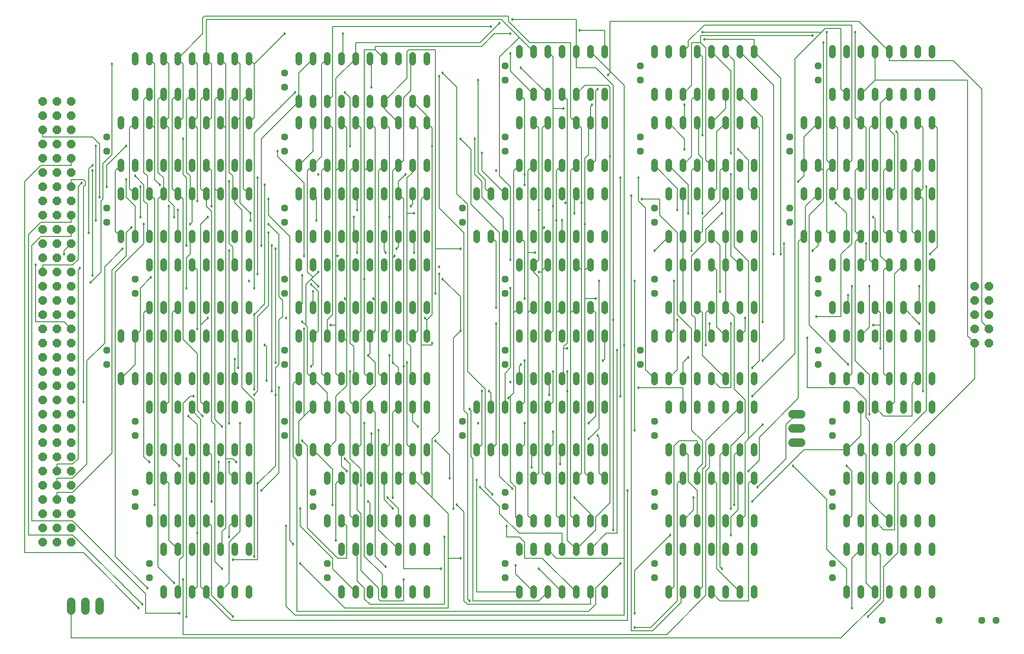
<source format=gbr>
G04 EAGLE Gerber RS-274X export*
G75*
%MOMM*%
%FSLAX34Y34*%
%LPD*%
%INTop Copper*%
%IPPOS*%
%AMOC8*
5,1,8,0,0,1.08239X$1,22.5*%
G01*
%ADD10C,1.219200*%
%ADD11P,1.319650X8X112.500000*%
%ADD12P,1.649562X8X292.500000*%
%ADD13P,1.649562X8X202.500000*%
%ADD14P,1.319650X8X202.500000*%
%ADD15P,1.319650X8X22.500000*%
%ADD16C,1.524000*%
%ADD17C,0.127000*%
%ADD18C,0.457200*%


D10*
X1168400Y717804D02*
X1168400Y729996D01*
X1193800Y729996D02*
X1193800Y717804D01*
X1320800Y717804D02*
X1320800Y729996D01*
X1320800Y794004D02*
X1320800Y806196D01*
X1219200Y729996D02*
X1219200Y717804D01*
X1244600Y717804D02*
X1244600Y729996D01*
X1295400Y729996D02*
X1295400Y717804D01*
X1270000Y717804D02*
X1270000Y729996D01*
X1295400Y794004D02*
X1295400Y806196D01*
X1270000Y806196D02*
X1270000Y794004D01*
X1244600Y794004D02*
X1244600Y806196D01*
X1219200Y806196D02*
X1219200Y794004D01*
X1193800Y794004D02*
X1193800Y806196D01*
X1168400Y806196D02*
X1168400Y794004D01*
X1168400Y602996D02*
X1168400Y590804D01*
X1193800Y590804D02*
X1193800Y602996D01*
X1320800Y602996D02*
X1320800Y590804D01*
X1320800Y667004D02*
X1320800Y679196D01*
X1219200Y602996D02*
X1219200Y590804D01*
X1244600Y590804D02*
X1244600Y602996D01*
X1295400Y602996D02*
X1295400Y590804D01*
X1270000Y590804D02*
X1270000Y602996D01*
X1295400Y667004D02*
X1295400Y679196D01*
X1270000Y679196D02*
X1270000Y667004D01*
X1244600Y667004D02*
X1244600Y679196D01*
X1219200Y679196D02*
X1219200Y667004D01*
X1193800Y667004D02*
X1193800Y679196D01*
X1168400Y679196D02*
X1168400Y667004D01*
X1409700Y717804D02*
X1409700Y729996D01*
X1435100Y729996D02*
X1435100Y717804D01*
X1562100Y717804D02*
X1562100Y729996D01*
X1587500Y729996D02*
X1587500Y717804D01*
X1460500Y717804D02*
X1460500Y729996D01*
X1485900Y729996D02*
X1485900Y717804D01*
X1536700Y717804D02*
X1536700Y729996D01*
X1511300Y729996D02*
X1511300Y717804D01*
X1612900Y717804D02*
X1612900Y729996D01*
X1638300Y729996D02*
X1638300Y717804D01*
X1638300Y794004D02*
X1638300Y806196D01*
X1612900Y806196D02*
X1612900Y794004D01*
X1587500Y794004D02*
X1587500Y806196D01*
X1562100Y806196D02*
X1562100Y794004D01*
X1536700Y794004D02*
X1536700Y806196D01*
X1511300Y806196D02*
X1511300Y794004D01*
X1485900Y794004D02*
X1485900Y806196D01*
X1460500Y806196D02*
X1460500Y794004D01*
X1435100Y794004D02*
X1435100Y806196D01*
X1409700Y806196D02*
X1409700Y794004D01*
X241300Y602996D02*
X241300Y590804D01*
X266700Y590804D02*
X266700Y602996D01*
X393700Y602996D02*
X393700Y590804D01*
X419100Y590804D02*
X419100Y602996D01*
X292100Y602996D02*
X292100Y590804D01*
X317500Y590804D02*
X317500Y602996D01*
X368300Y602996D02*
X368300Y590804D01*
X342900Y590804D02*
X342900Y602996D01*
X419100Y667004D02*
X419100Y679196D01*
X393700Y679196D02*
X393700Y667004D01*
X368300Y667004D02*
X368300Y679196D01*
X342900Y679196D02*
X342900Y667004D01*
X317500Y667004D02*
X317500Y679196D01*
X292100Y679196D02*
X292100Y667004D01*
X266700Y667004D02*
X266700Y679196D01*
X241300Y679196D02*
X241300Y667004D01*
X266700Y94996D02*
X266700Y82804D01*
X292100Y82804D02*
X292100Y94996D01*
X419100Y94996D02*
X419100Y82804D01*
X419100Y159004D02*
X419100Y171196D01*
X317500Y94996D02*
X317500Y82804D01*
X342900Y82804D02*
X342900Y94996D01*
X393700Y94996D02*
X393700Y82804D01*
X368300Y82804D02*
X368300Y94996D01*
X393700Y159004D02*
X393700Y171196D01*
X368300Y171196D02*
X368300Y159004D01*
X342900Y159004D02*
X342900Y171196D01*
X317500Y171196D02*
X317500Y159004D01*
X292100Y159004D02*
X292100Y171196D01*
X266700Y171196D02*
X266700Y159004D01*
X190500Y463804D02*
X190500Y475996D01*
X215900Y475996D02*
X215900Y463804D01*
X342900Y463804D02*
X342900Y475996D01*
X368300Y475996D02*
X368300Y463804D01*
X241300Y463804D02*
X241300Y475996D01*
X266700Y475996D02*
X266700Y463804D01*
X317500Y463804D02*
X317500Y475996D01*
X292100Y475996D02*
X292100Y463804D01*
X393700Y463804D02*
X393700Y475996D01*
X419100Y475996D02*
X419100Y463804D01*
X419100Y540004D02*
X419100Y552196D01*
X393700Y552196D02*
X393700Y540004D01*
X368300Y540004D02*
X368300Y552196D01*
X342900Y552196D02*
X342900Y540004D01*
X317500Y540004D02*
X317500Y552196D01*
X292100Y552196D02*
X292100Y540004D01*
X266700Y540004D02*
X266700Y552196D01*
X241300Y552196D02*
X241300Y540004D01*
X215900Y540004D02*
X215900Y552196D01*
X190500Y552196D02*
X190500Y540004D01*
X508000Y475996D02*
X508000Y463804D01*
X533400Y463804D02*
X533400Y475996D01*
X660400Y475996D02*
X660400Y463804D01*
X685800Y463804D02*
X685800Y475996D01*
X558800Y475996D02*
X558800Y463804D01*
X584200Y463804D02*
X584200Y475996D01*
X635000Y475996D02*
X635000Y463804D01*
X609600Y463804D02*
X609600Y475996D01*
X711200Y475996D02*
X711200Y463804D01*
X736600Y463804D02*
X736600Y475996D01*
X736600Y540004D02*
X736600Y552196D01*
X711200Y552196D02*
X711200Y540004D01*
X685800Y540004D02*
X685800Y552196D01*
X660400Y552196D02*
X660400Y540004D01*
X635000Y540004D02*
X635000Y552196D01*
X609600Y552196D02*
X609600Y540004D01*
X584200Y540004D02*
X584200Y552196D01*
X558800Y552196D02*
X558800Y540004D01*
X533400Y540004D02*
X533400Y552196D01*
X508000Y552196D02*
X508000Y540004D01*
X508000Y844804D02*
X508000Y856996D01*
X533400Y856996D02*
X533400Y844804D01*
X660400Y844804D02*
X660400Y856996D01*
X685800Y856996D02*
X685800Y844804D01*
X558800Y844804D02*
X558800Y856996D01*
X584200Y856996D02*
X584200Y844804D01*
X635000Y844804D02*
X635000Y856996D01*
X609600Y856996D02*
X609600Y844804D01*
X711200Y844804D02*
X711200Y856996D01*
X736600Y856996D02*
X736600Y844804D01*
X736600Y921004D02*
X736600Y933196D01*
X711200Y933196D02*
X711200Y921004D01*
X685800Y921004D02*
X685800Y933196D01*
X660400Y933196D02*
X660400Y921004D01*
X635000Y921004D02*
X635000Y933196D01*
X609600Y933196D02*
X609600Y921004D01*
X584200Y921004D02*
X584200Y933196D01*
X558800Y933196D02*
X558800Y921004D01*
X533400Y921004D02*
X533400Y933196D01*
X508000Y933196D02*
X508000Y921004D01*
X825500Y729996D02*
X825500Y717804D01*
X850900Y717804D02*
X850900Y729996D01*
X977900Y729996D02*
X977900Y717804D01*
X1003300Y717804D02*
X1003300Y729996D01*
X876300Y729996D02*
X876300Y717804D01*
X901700Y717804D02*
X901700Y729996D01*
X952500Y729996D02*
X952500Y717804D01*
X927100Y717804D02*
X927100Y729996D01*
X1028700Y729996D02*
X1028700Y717804D01*
X1054100Y717804D02*
X1054100Y729996D01*
X1054100Y794004D02*
X1054100Y806196D01*
X1028700Y806196D02*
X1028700Y794004D01*
X1003300Y794004D02*
X1003300Y806196D01*
X977900Y806196D02*
X977900Y794004D01*
X952500Y794004D02*
X952500Y806196D01*
X927100Y806196D02*
X927100Y794004D01*
X901700Y794004D02*
X901700Y806196D01*
X876300Y806196D02*
X876300Y794004D01*
X850900Y794004D02*
X850900Y806196D01*
X825500Y806196D02*
X825500Y794004D01*
X508000Y602996D02*
X508000Y590804D01*
X533400Y590804D02*
X533400Y602996D01*
X660400Y602996D02*
X660400Y590804D01*
X685800Y590804D02*
X685800Y602996D01*
X558800Y602996D02*
X558800Y590804D01*
X584200Y590804D02*
X584200Y602996D01*
X635000Y602996D02*
X635000Y590804D01*
X609600Y590804D02*
X609600Y602996D01*
X711200Y602996D02*
X711200Y590804D01*
X736600Y590804D02*
X736600Y602996D01*
X736600Y667004D02*
X736600Y679196D01*
X711200Y679196D02*
X711200Y667004D01*
X685800Y667004D02*
X685800Y679196D01*
X660400Y679196D02*
X660400Y667004D01*
X635000Y667004D02*
X635000Y679196D01*
X609600Y679196D02*
X609600Y667004D01*
X584200Y667004D02*
X584200Y679196D01*
X558800Y679196D02*
X558800Y667004D01*
X533400Y667004D02*
X533400Y679196D01*
X508000Y679196D02*
X508000Y667004D01*
X508000Y717804D02*
X508000Y729996D01*
X533400Y729996D02*
X533400Y717804D01*
X660400Y717804D02*
X660400Y729996D01*
X685800Y729996D02*
X685800Y717804D01*
X558800Y717804D02*
X558800Y729996D01*
X584200Y729996D02*
X584200Y717804D01*
X635000Y717804D02*
X635000Y729996D01*
X609600Y729996D02*
X609600Y717804D01*
X711200Y717804D02*
X711200Y729996D01*
X736600Y729996D02*
X736600Y717804D01*
X736600Y794004D02*
X736600Y806196D01*
X711200Y806196D02*
X711200Y794004D01*
X685800Y794004D02*
X685800Y806196D01*
X660400Y806196D02*
X660400Y794004D01*
X635000Y794004D02*
X635000Y806196D01*
X609600Y806196D02*
X609600Y794004D01*
X584200Y794004D02*
X584200Y806196D01*
X558800Y806196D02*
X558800Y794004D01*
X533400Y794004D02*
X533400Y806196D01*
X508000Y806196D02*
X508000Y794004D01*
X241300Y348996D02*
X241300Y336804D01*
X266700Y336804D02*
X266700Y348996D01*
X393700Y348996D02*
X393700Y336804D01*
X419100Y336804D02*
X419100Y348996D01*
X292100Y348996D02*
X292100Y336804D01*
X317500Y336804D02*
X317500Y348996D01*
X368300Y348996D02*
X368300Y336804D01*
X342900Y336804D02*
X342900Y348996D01*
X419100Y413004D02*
X419100Y425196D01*
X393700Y425196D02*
X393700Y413004D01*
X368300Y413004D02*
X368300Y425196D01*
X342900Y425196D02*
X342900Y413004D01*
X317500Y413004D02*
X317500Y425196D01*
X292100Y425196D02*
X292100Y413004D01*
X266700Y413004D02*
X266700Y425196D01*
X241300Y425196D02*
X241300Y413004D01*
X558800Y221996D02*
X558800Y209804D01*
X584200Y209804D02*
X584200Y221996D01*
X711200Y221996D02*
X711200Y209804D01*
X736600Y209804D02*
X736600Y221996D01*
X609600Y221996D02*
X609600Y209804D01*
X635000Y209804D02*
X635000Y221996D01*
X685800Y221996D02*
X685800Y209804D01*
X660400Y209804D02*
X660400Y221996D01*
X736600Y286004D02*
X736600Y298196D01*
X711200Y298196D02*
X711200Y286004D01*
X685800Y286004D02*
X685800Y298196D01*
X660400Y298196D02*
X660400Y286004D01*
X635000Y286004D02*
X635000Y298196D01*
X609600Y298196D02*
X609600Y286004D01*
X584200Y286004D02*
X584200Y298196D01*
X558800Y298196D02*
X558800Y286004D01*
X1168400Y221996D02*
X1168400Y209804D01*
X1193800Y209804D02*
X1193800Y221996D01*
X1320800Y221996D02*
X1320800Y209804D01*
X1320800Y286004D02*
X1320800Y298196D01*
X1219200Y221996D02*
X1219200Y209804D01*
X1244600Y209804D02*
X1244600Y221996D01*
X1295400Y221996D02*
X1295400Y209804D01*
X1270000Y209804D02*
X1270000Y221996D01*
X1295400Y286004D02*
X1295400Y298196D01*
X1270000Y298196D02*
X1270000Y286004D01*
X1244600Y286004D02*
X1244600Y298196D01*
X1219200Y298196D02*
X1219200Y286004D01*
X1193800Y286004D02*
X1193800Y298196D01*
X1168400Y298196D02*
X1168400Y286004D01*
X1485900Y94996D02*
X1485900Y82804D01*
X1511300Y82804D02*
X1511300Y94996D01*
X1638300Y94996D02*
X1638300Y82804D01*
X1638300Y159004D02*
X1638300Y171196D01*
X1536700Y94996D02*
X1536700Y82804D01*
X1562100Y82804D02*
X1562100Y94996D01*
X1612900Y94996D02*
X1612900Y82804D01*
X1587500Y82804D02*
X1587500Y94996D01*
X1612900Y159004D02*
X1612900Y171196D01*
X1587500Y171196D02*
X1587500Y159004D01*
X1562100Y159004D02*
X1562100Y171196D01*
X1536700Y171196D02*
X1536700Y159004D01*
X1511300Y159004D02*
X1511300Y171196D01*
X1485900Y171196D02*
X1485900Y159004D01*
X241300Y209804D02*
X241300Y221996D01*
X266700Y221996D02*
X266700Y209804D01*
X393700Y209804D02*
X393700Y221996D01*
X419100Y221996D02*
X419100Y209804D01*
X292100Y209804D02*
X292100Y221996D01*
X317500Y221996D02*
X317500Y209804D01*
X368300Y209804D02*
X368300Y221996D01*
X342900Y221996D02*
X342900Y209804D01*
X419100Y286004D02*
X419100Y298196D01*
X393700Y298196D02*
X393700Y286004D01*
X368300Y286004D02*
X368300Y298196D01*
X342900Y298196D02*
X342900Y286004D01*
X317500Y286004D02*
X317500Y298196D01*
X292100Y298196D02*
X292100Y286004D01*
X266700Y286004D02*
X266700Y298196D01*
X241300Y298196D02*
X241300Y286004D01*
X584200Y94996D02*
X584200Y82804D01*
X609600Y82804D02*
X609600Y94996D01*
X736600Y94996D02*
X736600Y82804D01*
X736600Y159004D02*
X736600Y171196D01*
X635000Y94996D02*
X635000Y82804D01*
X660400Y82804D02*
X660400Y94996D01*
X711200Y94996D02*
X711200Y82804D01*
X685800Y82804D02*
X685800Y94996D01*
X711200Y159004D02*
X711200Y171196D01*
X685800Y171196D02*
X685800Y159004D01*
X660400Y159004D02*
X660400Y171196D01*
X635000Y171196D02*
X635000Y159004D01*
X609600Y159004D02*
X609600Y171196D01*
X584200Y171196D02*
X584200Y159004D01*
X215900Y971804D02*
X215900Y983996D01*
X241300Y983996D02*
X241300Y971804D01*
X266700Y971804D02*
X266700Y983996D01*
X292100Y983996D02*
X292100Y971804D01*
X317500Y971804D02*
X317500Y983996D01*
X342900Y983996D02*
X342900Y971804D01*
X368300Y971804D02*
X368300Y983996D01*
X393700Y983996D02*
X393700Y971804D01*
X419100Y971804D02*
X419100Y983996D01*
X215900Y1035304D02*
X215900Y1047496D01*
X241300Y1047496D02*
X241300Y1035304D01*
X266700Y1035304D02*
X266700Y1047496D01*
X292100Y1047496D02*
X292100Y1035304D01*
X317500Y1035304D02*
X317500Y1047496D01*
X342900Y1047496D02*
X342900Y1035304D01*
X368300Y1035304D02*
X368300Y1047496D01*
X393700Y1047496D02*
X393700Y1035304D01*
X419100Y1035304D02*
X419100Y1047496D01*
X190500Y856996D02*
X190500Y844804D01*
X215900Y844804D02*
X215900Y856996D01*
X342900Y856996D02*
X342900Y844804D01*
X368300Y844804D02*
X368300Y856996D01*
X241300Y856996D02*
X241300Y844804D01*
X266700Y844804D02*
X266700Y856996D01*
X317500Y856996D02*
X317500Y844804D01*
X292100Y844804D02*
X292100Y856996D01*
X393700Y856996D02*
X393700Y844804D01*
X419100Y844804D02*
X419100Y856996D01*
X419100Y921004D02*
X419100Y933196D01*
X393700Y933196D02*
X393700Y921004D01*
X368300Y921004D02*
X368300Y933196D01*
X342900Y933196D02*
X342900Y921004D01*
X317500Y921004D02*
X317500Y933196D01*
X292100Y933196D02*
X292100Y921004D01*
X266700Y921004D02*
X266700Y933196D01*
X241300Y933196D02*
X241300Y921004D01*
X215900Y921004D02*
X215900Y933196D01*
X190500Y933196D02*
X190500Y921004D01*
X190500Y729996D02*
X190500Y717804D01*
X215900Y717804D02*
X215900Y729996D01*
X342900Y729996D02*
X342900Y717804D01*
X368300Y717804D02*
X368300Y729996D01*
X241300Y729996D02*
X241300Y717804D01*
X266700Y717804D02*
X266700Y729996D01*
X317500Y729996D02*
X317500Y717804D01*
X292100Y717804D02*
X292100Y729996D01*
X393700Y729996D02*
X393700Y717804D01*
X419100Y717804D02*
X419100Y729996D01*
X419100Y794004D02*
X419100Y806196D01*
X393700Y806196D02*
X393700Y794004D01*
X368300Y794004D02*
X368300Y806196D01*
X342900Y806196D02*
X342900Y794004D01*
X317500Y794004D02*
X317500Y806196D01*
X292100Y806196D02*
X292100Y794004D01*
X266700Y794004D02*
X266700Y806196D01*
X241300Y806196D02*
X241300Y794004D01*
X215900Y794004D02*
X215900Y806196D01*
X190500Y806196D02*
X190500Y794004D01*
X1143000Y844804D02*
X1143000Y856996D01*
X1168400Y856996D02*
X1168400Y844804D01*
X1295400Y844804D02*
X1295400Y856996D01*
X1320800Y856996D02*
X1320800Y844804D01*
X1193800Y844804D02*
X1193800Y856996D01*
X1219200Y856996D02*
X1219200Y844804D01*
X1270000Y844804D02*
X1270000Y856996D01*
X1244600Y856996D02*
X1244600Y844804D01*
X1320800Y921004D02*
X1320800Y933196D01*
X1295400Y933196D02*
X1295400Y921004D01*
X1270000Y921004D02*
X1270000Y933196D01*
X1244600Y933196D02*
X1244600Y921004D01*
X1219200Y921004D02*
X1219200Y933196D01*
X1193800Y933196D02*
X1193800Y921004D01*
X1168400Y921004D02*
X1168400Y933196D01*
X1143000Y933196D02*
X1143000Y921004D01*
X1143000Y475996D02*
X1143000Y463804D01*
X1168400Y463804D02*
X1168400Y475996D01*
X1295400Y475996D02*
X1295400Y463804D01*
X1320800Y463804D02*
X1320800Y475996D01*
X1193800Y475996D02*
X1193800Y463804D01*
X1219200Y463804D02*
X1219200Y475996D01*
X1270000Y475996D02*
X1270000Y463804D01*
X1244600Y463804D02*
X1244600Y475996D01*
X1320800Y540004D02*
X1320800Y552196D01*
X1295400Y552196D02*
X1295400Y540004D01*
X1270000Y540004D02*
X1270000Y552196D01*
X1244600Y552196D02*
X1244600Y540004D01*
X1219200Y540004D02*
X1219200Y552196D01*
X1193800Y552196D02*
X1193800Y540004D01*
X1168400Y540004D02*
X1168400Y552196D01*
X1143000Y552196D02*
X1143000Y540004D01*
X1143000Y971804D02*
X1143000Y983996D01*
X1168400Y983996D02*
X1168400Y971804D01*
X1295400Y971804D02*
X1295400Y983996D01*
X1320800Y983996D02*
X1320800Y971804D01*
X1193800Y971804D02*
X1193800Y983996D01*
X1219200Y983996D02*
X1219200Y971804D01*
X1270000Y971804D02*
X1270000Y983996D01*
X1244600Y983996D02*
X1244600Y971804D01*
X1320800Y1048004D02*
X1320800Y1060196D01*
X1295400Y1060196D02*
X1295400Y1048004D01*
X1270000Y1048004D02*
X1270000Y1060196D01*
X1244600Y1060196D02*
X1244600Y1048004D01*
X1219200Y1048004D02*
X1219200Y1060196D01*
X1193800Y1060196D02*
X1193800Y1048004D01*
X1168400Y1048004D02*
X1168400Y1060196D01*
X1143000Y1060196D02*
X1143000Y1048004D01*
X1460500Y602996D02*
X1460500Y590804D01*
X1485900Y590804D02*
X1485900Y602996D01*
X1612900Y602996D02*
X1612900Y590804D01*
X1638300Y590804D02*
X1638300Y602996D01*
X1511300Y602996D02*
X1511300Y590804D01*
X1536700Y590804D02*
X1536700Y602996D01*
X1587500Y602996D02*
X1587500Y590804D01*
X1562100Y590804D02*
X1562100Y602996D01*
X1638300Y667004D02*
X1638300Y679196D01*
X1612900Y679196D02*
X1612900Y667004D01*
X1587500Y667004D02*
X1587500Y679196D01*
X1562100Y679196D02*
X1562100Y667004D01*
X1536700Y667004D02*
X1536700Y679196D01*
X1511300Y679196D02*
X1511300Y667004D01*
X1485900Y667004D02*
X1485900Y679196D01*
X1460500Y679196D02*
X1460500Y667004D01*
X1409700Y844804D02*
X1409700Y856996D01*
X1435100Y856996D02*
X1435100Y844804D01*
X1562100Y844804D02*
X1562100Y856996D01*
X1587500Y856996D02*
X1587500Y844804D01*
X1460500Y844804D02*
X1460500Y856996D01*
X1485900Y856996D02*
X1485900Y844804D01*
X1536700Y844804D02*
X1536700Y856996D01*
X1511300Y856996D02*
X1511300Y844804D01*
X1612900Y844804D02*
X1612900Y856996D01*
X1638300Y856996D02*
X1638300Y844804D01*
X1638300Y921004D02*
X1638300Y933196D01*
X1612900Y933196D02*
X1612900Y921004D01*
X1587500Y921004D02*
X1587500Y933196D01*
X1562100Y933196D02*
X1562100Y921004D01*
X1536700Y921004D02*
X1536700Y933196D01*
X1511300Y933196D02*
X1511300Y921004D01*
X1485900Y921004D02*
X1485900Y933196D01*
X1460500Y933196D02*
X1460500Y921004D01*
X1435100Y921004D02*
X1435100Y933196D01*
X1409700Y933196D02*
X1409700Y921004D01*
X1460500Y971804D02*
X1460500Y983996D01*
X1485900Y983996D02*
X1485900Y971804D01*
X1612900Y971804D02*
X1612900Y983996D01*
X1638300Y983996D02*
X1638300Y971804D01*
X1511300Y971804D02*
X1511300Y983996D01*
X1536700Y983996D02*
X1536700Y971804D01*
X1587500Y971804D02*
X1587500Y983996D01*
X1562100Y983996D02*
X1562100Y971804D01*
X1638300Y1048004D02*
X1638300Y1060196D01*
X1612900Y1060196D02*
X1612900Y1048004D01*
X1587500Y1048004D02*
X1587500Y1060196D01*
X1562100Y1060196D02*
X1562100Y1048004D01*
X1536700Y1048004D02*
X1536700Y1060196D01*
X1511300Y1060196D02*
X1511300Y1048004D01*
X1485900Y1048004D02*
X1485900Y1060196D01*
X1460500Y1060196D02*
X1460500Y1048004D01*
D11*
X876300Y495300D03*
X876300Y520700D03*
X1143000Y114300D03*
X1143000Y139700D03*
X215900Y622300D03*
X215900Y647700D03*
X1384300Y876300D03*
X1384300Y901700D03*
X1117600Y495300D03*
X1117600Y520700D03*
X1143000Y368300D03*
X1143000Y393700D03*
X241300Y114300D03*
X241300Y139700D03*
X482600Y495300D03*
X482600Y520700D03*
X215900Y241300D03*
X215900Y266700D03*
X1117600Y876300D03*
X1117600Y901700D03*
X800100Y749300D03*
X800100Y774700D03*
X1460500Y368300D03*
X1460500Y393700D03*
X1435100Y1003300D03*
X1435100Y1028700D03*
X1117600Y1003300D03*
X1117600Y1028700D03*
X1460500Y241300D03*
X1460500Y266700D03*
X482600Y368300D03*
X482600Y393700D03*
X215900Y368300D03*
X215900Y393700D03*
X482600Y876300D03*
X482600Y901700D03*
X876300Y1003300D03*
X876300Y1028700D03*
X1143000Y241300D03*
X1143000Y266700D03*
X876300Y876300D03*
X876300Y901700D03*
X1460500Y114300D03*
X1460500Y139700D03*
X533400Y241300D03*
X533400Y266700D03*
X165100Y749300D03*
X165100Y774700D03*
X165100Y876300D03*
X165100Y901700D03*
X1384300Y749300D03*
X1384300Y774700D03*
X1435100Y622300D03*
X1435100Y647700D03*
X1143000Y749300D03*
X1143000Y774700D03*
X1143000Y622300D03*
X1143000Y647700D03*
X1435100Y495300D03*
X1435100Y520700D03*
X876300Y241300D03*
X876300Y266700D03*
X876300Y114300D03*
X876300Y139700D03*
X558800Y114300D03*
X558800Y139700D03*
X482600Y990600D03*
X482600Y1016000D03*
X876300Y622300D03*
X876300Y647700D03*
X165100Y495300D03*
X165100Y520700D03*
X800100Y368300D03*
X800100Y393700D03*
D10*
X901700Y221996D02*
X901700Y209804D01*
X927100Y209804D02*
X927100Y221996D01*
X1054100Y221996D02*
X1054100Y209804D01*
X1054100Y286004D02*
X1054100Y298196D01*
X952500Y221996D02*
X952500Y209804D01*
X977900Y209804D02*
X977900Y221996D01*
X1028700Y221996D02*
X1028700Y209804D01*
X1003300Y209804D02*
X1003300Y221996D01*
X1028700Y286004D02*
X1028700Y298196D01*
X1003300Y298196D02*
X1003300Y286004D01*
X977900Y286004D02*
X977900Y298196D01*
X952500Y298196D02*
X952500Y286004D01*
X927100Y286004D02*
X927100Y298196D01*
X901700Y298196D02*
X901700Y286004D01*
X901700Y94996D02*
X901700Y82804D01*
X927100Y82804D02*
X927100Y94996D01*
X1054100Y94996D02*
X1054100Y82804D01*
X1054100Y159004D02*
X1054100Y171196D01*
X952500Y94996D02*
X952500Y82804D01*
X977900Y82804D02*
X977900Y94996D01*
X1028700Y94996D02*
X1028700Y82804D01*
X1003300Y82804D02*
X1003300Y94996D01*
X1028700Y159004D02*
X1028700Y171196D01*
X1003300Y171196D02*
X1003300Y159004D01*
X977900Y159004D02*
X977900Y171196D01*
X952500Y171196D02*
X952500Y159004D01*
X927100Y159004D02*
X927100Y171196D01*
X901700Y171196D02*
X901700Y159004D01*
X901700Y844804D02*
X901700Y856996D01*
X927100Y856996D02*
X927100Y844804D01*
X1054100Y844804D02*
X1054100Y856996D01*
X1054100Y921004D02*
X1054100Y933196D01*
X952500Y856996D02*
X952500Y844804D01*
X977900Y844804D02*
X977900Y856996D01*
X1028700Y856996D02*
X1028700Y844804D01*
X1003300Y844804D02*
X1003300Y856996D01*
X1028700Y921004D02*
X1028700Y933196D01*
X1003300Y933196D02*
X1003300Y921004D01*
X977900Y921004D02*
X977900Y933196D01*
X952500Y933196D02*
X952500Y921004D01*
X927100Y921004D02*
X927100Y933196D01*
X901700Y933196D02*
X901700Y921004D01*
X508000Y348996D02*
X508000Y336804D01*
X533400Y336804D02*
X533400Y348996D01*
X660400Y348996D02*
X660400Y336804D01*
X685800Y336804D02*
X685800Y348996D01*
X558800Y348996D02*
X558800Y336804D01*
X584200Y336804D02*
X584200Y348996D01*
X635000Y348996D02*
X635000Y336804D01*
X609600Y336804D02*
X609600Y348996D01*
X711200Y348996D02*
X711200Y336804D01*
X736600Y336804D02*
X736600Y348996D01*
X736600Y413004D02*
X736600Y425196D01*
X711200Y425196D02*
X711200Y413004D01*
X685800Y413004D02*
X685800Y425196D01*
X660400Y425196D02*
X660400Y413004D01*
X635000Y413004D02*
X635000Y425196D01*
X609600Y425196D02*
X609600Y413004D01*
X584200Y413004D02*
X584200Y425196D01*
X558800Y425196D02*
X558800Y413004D01*
X533400Y413004D02*
X533400Y425196D01*
X508000Y425196D02*
X508000Y413004D01*
X825500Y348996D02*
X825500Y336804D01*
X850900Y336804D02*
X850900Y348996D01*
X977900Y348996D02*
X977900Y336804D01*
X1003300Y336804D02*
X1003300Y348996D01*
X876300Y348996D02*
X876300Y336804D01*
X901700Y336804D02*
X901700Y348996D01*
X952500Y348996D02*
X952500Y336804D01*
X927100Y336804D02*
X927100Y348996D01*
X1028700Y348996D02*
X1028700Y336804D01*
X1054100Y336804D02*
X1054100Y348996D01*
X1054100Y413004D02*
X1054100Y425196D01*
X1028700Y425196D02*
X1028700Y413004D01*
X1003300Y413004D02*
X1003300Y425196D01*
X977900Y425196D02*
X977900Y413004D01*
X952500Y413004D02*
X952500Y425196D01*
X927100Y425196D02*
X927100Y413004D01*
X901700Y413004D02*
X901700Y425196D01*
X876300Y425196D02*
X876300Y413004D01*
X850900Y413004D02*
X850900Y425196D01*
X825500Y425196D02*
X825500Y413004D01*
X508000Y959104D02*
X508000Y971296D01*
X533400Y971296D02*
X533400Y959104D01*
X660400Y959104D02*
X660400Y971296D01*
X685800Y971296D02*
X685800Y959104D01*
X558800Y959104D02*
X558800Y971296D01*
X584200Y971296D02*
X584200Y959104D01*
X635000Y959104D02*
X635000Y971296D01*
X609600Y971296D02*
X609600Y959104D01*
X711200Y959104D02*
X711200Y971296D01*
X736600Y971296D02*
X736600Y959104D01*
X736600Y1035304D02*
X736600Y1047496D01*
X711200Y1047496D02*
X711200Y1035304D01*
X685800Y1035304D02*
X685800Y1047496D01*
X660400Y1047496D02*
X660400Y1035304D01*
X635000Y1035304D02*
X635000Y1047496D01*
X609600Y1047496D02*
X609600Y1035304D01*
X584200Y1035304D02*
X584200Y1047496D01*
X558800Y1047496D02*
X558800Y1035304D01*
X533400Y1035304D02*
X533400Y1047496D01*
X508000Y1047496D02*
X508000Y1035304D01*
X901700Y602996D02*
X901700Y590804D01*
X927100Y590804D02*
X927100Y602996D01*
X1054100Y602996D02*
X1054100Y590804D01*
X1054100Y667004D02*
X1054100Y679196D01*
X952500Y602996D02*
X952500Y590804D01*
X977900Y590804D02*
X977900Y602996D01*
X1028700Y602996D02*
X1028700Y590804D01*
X1003300Y590804D02*
X1003300Y602996D01*
X1028700Y667004D02*
X1028700Y679196D01*
X1003300Y679196D02*
X1003300Y667004D01*
X977900Y667004D02*
X977900Y679196D01*
X952500Y679196D02*
X952500Y667004D01*
X927100Y667004D02*
X927100Y679196D01*
X901700Y679196D02*
X901700Y667004D01*
X901700Y475996D02*
X901700Y463804D01*
X927100Y463804D02*
X927100Y475996D01*
X1054100Y475996D02*
X1054100Y463804D01*
X1054100Y540004D02*
X1054100Y552196D01*
X952500Y475996D02*
X952500Y463804D01*
X977900Y463804D02*
X977900Y475996D01*
X1028700Y475996D02*
X1028700Y463804D01*
X1003300Y463804D02*
X1003300Y475996D01*
X1028700Y540004D02*
X1028700Y552196D01*
X1003300Y552196D02*
X1003300Y540004D01*
X977900Y540004D02*
X977900Y552196D01*
X952500Y552196D02*
X952500Y540004D01*
X927100Y540004D02*
X927100Y552196D01*
X901700Y552196D02*
X901700Y540004D01*
X901700Y971804D02*
X901700Y983996D01*
X927100Y983996D02*
X927100Y971804D01*
X1054100Y971804D02*
X1054100Y983996D01*
X1054100Y1048004D02*
X1054100Y1060196D01*
X952500Y983996D02*
X952500Y971804D01*
X977900Y971804D02*
X977900Y983996D01*
X1028700Y983996D02*
X1028700Y971804D01*
X1003300Y971804D02*
X1003300Y983996D01*
X1028700Y1048004D02*
X1028700Y1060196D01*
X1003300Y1060196D02*
X1003300Y1048004D01*
X977900Y1048004D02*
X977900Y1060196D01*
X952500Y1060196D02*
X952500Y1048004D01*
X927100Y1048004D02*
X927100Y1060196D01*
X901700Y1060196D02*
X901700Y1048004D01*
X1485900Y221996D02*
X1485900Y209804D01*
X1511300Y209804D02*
X1511300Y221996D01*
X1638300Y221996D02*
X1638300Y209804D01*
X1638300Y286004D02*
X1638300Y298196D01*
X1536700Y221996D02*
X1536700Y209804D01*
X1562100Y209804D02*
X1562100Y221996D01*
X1612900Y221996D02*
X1612900Y209804D01*
X1587500Y209804D02*
X1587500Y221996D01*
X1612900Y286004D02*
X1612900Y298196D01*
X1587500Y298196D02*
X1587500Y286004D01*
X1562100Y286004D02*
X1562100Y298196D01*
X1536700Y298196D02*
X1536700Y286004D01*
X1511300Y286004D02*
X1511300Y298196D01*
X1485900Y298196D02*
X1485900Y286004D01*
X1485900Y336804D02*
X1485900Y348996D01*
X1511300Y348996D02*
X1511300Y336804D01*
X1638300Y336804D02*
X1638300Y348996D01*
X1638300Y413004D02*
X1638300Y425196D01*
X1536700Y348996D02*
X1536700Y336804D01*
X1562100Y336804D02*
X1562100Y348996D01*
X1612900Y348996D02*
X1612900Y336804D01*
X1587500Y336804D02*
X1587500Y348996D01*
X1612900Y413004D02*
X1612900Y425196D01*
X1587500Y425196D02*
X1587500Y413004D01*
X1562100Y413004D02*
X1562100Y425196D01*
X1536700Y425196D02*
X1536700Y413004D01*
X1511300Y413004D02*
X1511300Y425196D01*
X1485900Y425196D02*
X1485900Y413004D01*
X1168400Y348996D02*
X1168400Y336804D01*
X1193800Y336804D02*
X1193800Y348996D01*
X1320800Y348996D02*
X1320800Y336804D01*
X1320800Y413004D02*
X1320800Y425196D01*
X1219200Y348996D02*
X1219200Y336804D01*
X1244600Y336804D02*
X1244600Y348996D01*
X1295400Y348996D02*
X1295400Y336804D01*
X1270000Y336804D02*
X1270000Y348996D01*
X1295400Y413004D02*
X1295400Y425196D01*
X1270000Y425196D02*
X1270000Y413004D01*
X1244600Y413004D02*
X1244600Y425196D01*
X1219200Y425196D02*
X1219200Y413004D01*
X1193800Y413004D02*
X1193800Y425196D01*
X1168400Y425196D02*
X1168400Y413004D01*
X1168400Y94996D02*
X1168400Y82804D01*
X1193800Y82804D02*
X1193800Y94996D01*
X1320800Y94996D02*
X1320800Y82804D01*
X1320800Y159004D02*
X1320800Y171196D01*
X1219200Y94996D02*
X1219200Y82804D01*
X1244600Y82804D02*
X1244600Y94996D01*
X1295400Y94996D02*
X1295400Y82804D01*
X1270000Y82804D02*
X1270000Y94996D01*
X1295400Y159004D02*
X1295400Y171196D01*
X1270000Y171196D02*
X1270000Y159004D01*
X1244600Y159004D02*
X1244600Y171196D01*
X1219200Y171196D02*
X1219200Y159004D01*
X1193800Y159004D02*
X1193800Y171196D01*
X1168400Y171196D02*
X1168400Y159004D01*
X1460500Y463804D02*
X1460500Y475996D01*
X1485900Y475996D02*
X1485900Y463804D01*
X1612900Y463804D02*
X1612900Y475996D01*
X1638300Y475996D02*
X1638300Y463804D01*
X1511300Y463804D02*
X1511300Y475996D01*
X1536700Y475996D02*
X1536700Y463804D01*
X1587500Y463804D02*
X1587500Y475996D01*
X1562100Y475996D02*
X1562100Y463804D01*
X1638300Y540004D02*
X1638300Y552196D01*
X1612900Y552196D02*
X1612900Y540004D01*
X1587500Y540004D02*
X1587500Y552196D01*
X1562100Y552196D02*
X1562100Y540004D01*
X1536700Y540004D02*
X1536700Y552196D01*
X1511300Y552196D02*
X1511300Y540004D01*
X1485900Y540004D02*
X1485900Y552196D01*
X1460500Y552196D02*
X1460500Y540004D01*
D11*
X482600Y749300D03*
X482600Y774700D03*
X482600Y622300D03*
X482600Y647700D03*
D12*
X1714500Y635000D03*
X1714500Y609600D03*
X1714500Y584200D03*
X1714500Y558800D03*
X1714500Y533400D03*
X1739900Y635000D03*
X1739900Y609600D03*
X1739900Y584200D03*
X1739900Y558800D03*
X1739900Y533400D03*
D13*
X50800Y177800D03*
X50800Y203200D03*
X50800Y228600D03*
X50800Y254000D03*
X50800Y279400D03*
X50800Y304800D03*
X50800Y330200D03*
X50800Y355600D03*
X50800Y381000D03*
X50800Y406400D03*
X50800Y431800D03*
X50800Y457200D03*
X50800Y482600D03*
X50800Y508000D03*
X50800Y533400D03*
X50800Y558800D03*
X76200Y177800D03*
X76200Y203200D03*
X76200Y228600D03*
X76200Y254000D03*
X76200Y279400D03*
X76200Y304800D03*
X76200Y330200D03*
X76200Y355600D03*
X76200Y381000D03*
X76200Y406400D03*
X76200Y431800D03*
X76200Y457200D03*
X76200Y482600D03*
X76200Y508000D03*
X76200Y533400D03*
X76200Y558800D03*
X101600Y177800D03*
X101600Y203200D03*
X101600Y228600D03*
X101600Y254000D03*
X101600Y279400D03*
X101600Y304800D03*
X101600Y330200D03*
X101600Y355600D03*
X101600Y381000D03*
X101600Y406400D03*
X101600Y431800D03*
X101600Y457200D03*
X101600Y482600D03*
X101600Y508000D03*
X101600Y533400D03*
X101600Y558800D03*
X50800Y584200D03*
X50800Y609600D03*
X50800Y635000D03*
X50800Y660400D03*
X50800Y685800D03*
X50800Y711200D03*
X50800Y736600D03*
X50800Y762000D03*
X50800Y787400D03*
X50800Y812800D03*
X50800Y838200D03*
X50800Y863600D03*
X50800Y889000D03*
X50800Y914400D03*
X50800Y939800D03*
X50800Y965200D03*
X76200Y584200D03*
X76200Y609600D03*
X76200Y635000D03*
X76200Y660400D03*
X76200Y685800D03*
X76200Y711200D03*
X76200Y736600D03*
X76200Y762000D03*
X76200Y787400D03*
X76200Y812800D03*
X76200Y838200D03*
X76200Y863600D03*
X76200Y889000D03*
X76200Y914400D03*
X76200Y939800D03*
X76200Y965200D03*
X101600Y584200D03*
X101600Y609600D03*
X101600Y635000D03*
X101600Y660400D03*
X101600Y685800D03*
X101600Y711200D03*
X101600Y736600D03*
X101600Y762000D03*
X101600Y787400D03*
X101600Y812800D03*
X101600Y838200D03*
X101600Y863600D03*
X101600Y889000D03*
X101600Y914400D03*
X101600Y939800D03*
X101600Y965200D03*
D14*
X1752600Y38100D03*
X1727200Y38100D03*
D15*
X1549400Y38100D03*
X1651000Y38100D03*
D16*
X101600Y55880D02*
X101600Y71120D01*
X127000Y71120D02*
X127000Y55880D01*
X152400Y55880D02*
X152400Y71120D01*
X1389380Y355600D02*
X1404620Y355600D01*
X1404620Y381000D02*
X1389380Y381000D01*
X1389380Y406400D02*
X1404620Y406400D01*
D17*
X558800Y444500D02*
X533400Y469900D01*
X558800Y444500D02*
X558800Y419100D01*
X523875Y561975D02*
X520700Y565150D01*
X514350Y571500D01*
X523875Y561975D02*
X523875Y479425D01*
X533400Y469900D01*
X520700Y638175D02*
X530225Y647700D01*
X533400Y650875D01*
X542925Y660400D01*
X520700Y638175D02*
X520700Y565150D01*
X876300Y479425D02*
X876300Y419100D01*
X876300Y479425D02*
X885825Y488950D01*
X885825Y631825D01*
X542925Y635000D02*
X530225Y647700D01*
X1460500Y800100D02*
X1470025Y809625D01*
X1470025Y917575D01*
X1460500Y927100D01*
X549275Y866775D02*
X533400Y850900D01*
X549275Y866775D02*
X549275Y1031875D01*
X558800Y1041400D01*
X523875Y660400D02*
X533400Y650875D01*
X523875Y660400D02*
X523875Y841375D01*
X533400Y850900D01*
D18*
X514350Y571500D03*
X542925Y660400D03*
X885825Y631825D03*
X542925Y635000D03*
D17*
X1511300Y800100D02*
X1520825Y809625D01*
X1520825Y917575D01*
X1511300Y927100D01*
X584200Y469900D02*
X574675Y479425D01*
X574675Y688975D02*
X574675Y841375D01*
X574675Y688975D02*
X574675Y565150D01*
X574675Y479425D01*
X574675Y841375D02*
X584200Y850900D01*
X574675Y565150D02*
X565150Y565150D01*
X600075Y428625D02*
X609600Y419100D01*
X600075Y428625D02*
X600075Y482600D01*
X577850Y688975D02*
X574675Y688975D01*
X574675Y1006475D02*
X609600Y1041400D01*
X574675Y1006475D02*
X574675Y841375D01*
X1501775Y936625D02*
X1511300Y927100D01*
X1501775Y936625D02*
X1501775Y1089025D01*
X866775Y1104900D02*
X831850Y1069975D01*
X609600Y1069975D01*
X609600Y1041400D01*
D18*
X565150Y565150D03*
X600075Y482600D03*
X577850Y688975D03*
X885825Y463550D03*
X1501775Y1089025D03*
X866775Y1104900D03*
D17*
X1562100Y800100D02*
X1571625Y809625D01*
X1571625Y904875D01*
X1562100Y914400D01*
X1562100Y927100D01*
X635000Y469900D02*
X625475Y479425D01*
X625475Y647700D02*
X625475Y841375D01*
X625475Y647700D02*
X625475Y479425D01*
X625475Y841375D02*
X635000Y850900D01*
X660400Y1041400D02*
X644525Y1057275D01*
X625475Y1057275D01*
X625475Y841375D01*
X857250Y1085850D02*
X885825Y1085850D01*
X857250Y1085850D02*
X835025Y1063625D01*
X644525Y1063625D01*
X644525Y1057275D01*
D18*
X419100Y644525D03*
X885825Y1085850D03*
X625475Y647700D03*
D17*
X1612900Y800100D02*
X1622425Y809625D01*
X1622425Y917575D01*
X1612900Y927100D01*
X400050Y539750D02*
X393700Y546100D01*
X400050Y539750D02*
X400050Y488950D01*
X676275Y498475D02*
X685800Y488950D01*
X685800Y469900D01*
X711200Y393700D02*
X720725Y384175D01*
X711200Y393700D02*
X711200Y419100D01*
X676275Y685800D02*
X679450Y688975D01*
X676275Y685800D02*
X676275Y498475D01*
X676275Y841375D02*
X685800Y850900D01*
X676275Y841375D02*
X676275Y685800D01*
X708025Y1038225D02*
X711200Y1041400D01*
X708025Y1038225D02*
X708025Y984250D01*
X695325Y971550D01*
X695325Y860425D01*
X685800Y850900D01*
X1612900Y800100D02*
X1622425Y790575D01*
X1622425Y447675D01*
D18*
X400050Y488950D03*
X676275Y498475D03*
X720725Y384175D03*
X679450Y688975D03*
X1622425Y447675D03*
D17*
X1612900Y723900D02*
X1603375Y733425D01*
X1603375Y841375D01*
X1612900Y850900D01*
X736600Y939800D02*
X711200Y965200D01*
X736600Y939800D02*
X736600Y927100D01*
X393700Y504825D02*
X393700Y469900D01*
X733425Y577850D02*
X736600Y574675D01*
X736600Y546100D01*
X746125Y917575D02*
X736600Y927100D01*
X746125Y885825D02*
X746125Y584200D01*
X746125Y885825D02*
X746125Y917575D01*
X746125Y584200D02*
X736600Y574675D01*
X701675Y352425D02*
X711200Y342900D01*
X701675Y352425D02*
X701675Y498475D01*
D18*
X393700Y504825D03*
X733425Y577850D03*
X746125Y885825D03*
X701675Y498475D03*
D17*
X669925Y352425D02*
X660400Y342900D01*
X669925Y352425D02*
X669925Y511175D01*
X974725Y339725D02*
X977900Y342900D01*
X974725Y339725D02*
X974725Y317500D01*
X1552575Y733425D02*
X1562100Y723900D01*
X1552575Y733425D02*
X1552575Y841375D01*
X1562100Y850900D01*
X685800Y927100D02*
X660400Y952500D01*
X660400Y965200D01*
X701675Y1006475D01*
X701675Y1054100D01*
X704850Y1057275D01*
X752475Y1057275D01*
X752475Y701675D02*
X752475Y622300D01*
X752475Y701675D02*
X752475Y1057275D01*
X752475Y701675D02*
X796925Y701675D01*
D18*
X669925Y511175D03*
X974725Y317500D03*
X485775Y577850D03*
X752475Y622300D03*
X796925Y701675D03*
D17*
X1501775Y733425D02*
X1511300Y723900D01*
X1501775Y733425D02*
X1501775Y841375D01*
X1511300Y850900D01*
X635000Y514350D02*
X631825Y511175D01*
X635000Y514350D02*
X635000Y546100D01*
X619125Y352425D02*
X609600Y342900D01*
X619125Y352425D02*
X619125Y431800D01*
X644525Y457200D01*
X644525Y498475D01*
X631825Y511175D01*
X644525Y609600D02*
X641350Y612775D01*
X644525Y609600D02*
X644525Y555625D01*
X635000Y546100D01*
X923925Y339725D02*
X927100Y342900D01*
X923925Y339725D02*
X923925Y311150D01*
X644525Y917575D02*
X635000Y927100D01*
X644525Y917575D02*
X644525Y609600D01*
X1501775Y714375D02*
X1511300Y723900D01*
X1501775Y714375D02*
X1501775Y501650D01*
X1527175Y476250D01*
X1527175Y406400D01*
D18*
X631825Y511175D03*
X641350Y612775D03*
X923925Y311150D03*
X1527175Y406400D03*
D17*
X1460500Y723900D02*
X1450975Y733425D01*
X1450975Y841375D01*
X1460500Y850900D01*
X574675Y358775D02*
X558800Y342900D01*
X574675Y358775D02*
X574675Y438150D01*
X593725Y457200D01*
X593725Y536575D01*
X584200Y546100D01*
X593725Y609600D02*
X590550Y612775D01*
X593725Y609600D02*
X593725Y536575D01*
X593725Y917575D02*
X584200Y927100D01*
X593725Y917575D02*
X593725Y609600D01*
X1450975Y860425D02*
X1460500Y850900D01*
X1450975Y860425D02*
X1450975Y1089025D01*
X850900Y1098550D02*
X568325Y1098550D01*
X568325Y974725D01*
X558800Y965200D01*
D18*
X590550Y612775D03*
X1450975Y1089025D03*
X850900Y1098550D03*
D17*
X1235075Y860425D02*
X1244600Y850900D01*
X1235075Y860425D02*
X1235075Y1060450D01*
X1225550Y1069975D01*
X1209675Y1069975D01*
X1209675Y993775D01*
X1193800Y977900D01*
X1225550Y1082675D02*
X1425575Y1082675D01*
X1225550Y1082675D02*
X1225550Y1069975D01*
X892175Y444500D02*
X885825Y438150D01*
X882650Y434975D01*
X892175Y444500D02*
X892175Y587375D01*
X901700Y596900D01*
X460375Y708025D02*
X460375Y447675D01*
X850900Y723900D02*
X860425Y714375D01*
X860425Y596900D01*
X895350Y222250D02*
X901700Y215900D01*
X895350Y222250D02*
X895350Y276225D01*
X885825Y285750D01*
X885825Y438150D01*
X892175Y841375D02*
X901700Y850900D01*
X892175Y841375D02*
X892175Y587375D01*
D18*
X1425575Y1082675D03*
X882650Y434975D03*
X460375Y708025D03*
X460375Y447675D03*
X860425Y596900D03*
D17*
X434975Y447675D02*
X428625Y441325D01*
X434975Y447675D02*
X434975Y581025D01*
X454025Y600075D01*
X454025Y730250D01*
X1193800Y850900D02*
X1209675Y866775D01*
X1209675Y968375D01*
X1219200Y977900D01*
X968375Y225425D02*
X977900Y215900D01*
X968375Y225425D02*
X968375Y587375D01*
X977900Y596900D01*
X968375Y841375D02*
X977900Y850900D01*
X968375Y752475D02*
X968375Y587375D01*
X968375Y752475D02*
X968375Y841375D01*
D18*
X428625Y441325D03*
X454025Y730250D03*
X968375Y752475D03*
D17*
X384175Y698500D02*
X384175Y390525D01*
X682625Y701675D02*
X685800Y704850D01*
X685800Y723900D01*
X1485900Y596900D02*
X1489075Y600075D01*
X1489075Y619125D01*
X1244600Y927100D02*
X1270000Y952500D01*
X1270000Y977900D01*
X942975Y301625D02*
X952500Y292100D01*
X942975Y660400D02*
X942975Y663575D01*
X942975Y660400D02*
X942975Y301625D01*
X942975Y663575D02*
X952500Y673100D01*
X942975Y736600D02*
X946150Y739775D01*
X942975Y736600D02*
X942975Y663575D01*
X942975Y917575D02*
X952500Y927100D01*
X942975Y917575D02*
X942975Y736600D01*
X942975Y660400D02*
X936625Y660400D01*
D18*
X384175Y390525D03*
X384175Y698500D03*
X682625Y701675D03*
X1489075Y619125D03*
X946150Y739775D03*
X936625Y660400D03*
D17*
X727075Y301625D02*
X736600Y292100D01*
X727075Y530225D02*
X727075Y790575D01*
X727075Y530225D02*
X727075Y301625D01*
X727075Y790575D02*
X736600Y800100D01*
X825500Y88900D02*
X901700Y88900D01*
X825500Y88900D02*
X825500Y288925D01*
X1244600Y469900D02*
X1260475Y454025D01*
X1279525Y454025D01*
X1279525Y568325D01*
X962025Y555625D02*
X952500Y546100D01*
X962025Y952500D02*
X962025Y1044575D01*
X962025Y952500D02*
X962025Y777875D01*
X962025Y555625D01*
X962025Y1044575D02*
X952500Y1054100D01*
X962025Y952500D02*
X981075Y952500D01*
X1336675Y936625D02*
X1336675Y571500D01*
X1336675Y936625D02*
X1295400Y977900D01*
X746125Y530225D02*
X727075Y530225D01*
X746125Y530225D02*
X746125Y533400D01*
D18*
X825500Y288925D03*
X1279525Y568325D03*
X962025Y777875D03*
X981075Y952500D03*
X1336675Y571500D03*
X746125Y533400D03*
D17*
X1536700Y596900D02*
X1546225Y587375D01*
X1546225Y565150D02*
X1546225Y523875D01*
X1546225Y565150D02*
X1546225Y587375D01*
X911225Y968375D02*
X901700Y977900D01*
X911225Y835025D02*
X911225Y815975D01*
X911225Y835025D02*
X911225Y968375D01*
X695325Y301625D02*
X685800Y292100D01*
X695325Y492125D02*
X695325Y790575D01*
X695325Y492125D02*
X695325Y301625D01*
X695325Y790575D02*
X685800Y800100D01*
X936625Y130175D02*
X977900Y88900D01*
X762000Y130175D02*
X695325Y130175D01*
X695325Y301625D01*
X901700Y492125D02*
X904875Y495300D01*
X901700Y492125D02*
X901700Y469900D01*
X685800Y822325D02*
X698500Y835025D01*
X685800Y822325D02*
X685800Y800100D01*
X1533525Y565150D02*
X1546225Y565150D01*
X1203325Y508000D02*
X1193800Y498475D01*
X1193800Y469900D01*
D18*
X1546225Y523875D03*
X911225Y815975D03*
X936625Y130175D03*
X762000Y130175D03*
X695325Y492125D03*
X904875Y495300D03*
X911225Y835025D03*
X698500Y835025D03*
X1533525Y565150D03*
X1203325Y508000D03*
D17*
X1587500Y596900D02*
X1616075Y568325D01*
X968375Y149225D02*
X952500Y165100D01*
X968375Y149225D02*
X1089025Y149225D01*
X1089025Y530225D01*
X485775Y206375D02*
X485775Y63500D01*
X501650Y47625D01*
X1089025Y47625D01*
X1089025Y149225D01*
X1244600Y546100D02*
X1241425Y549275D01*
X1241425Y568325D01*
X1089025Y993775D02*
X1063625Y1019175D01*
X1028700Y1054100D01*
X1089025Y993775D02*
X1089025Y530225D01*
X1562100Y1054100D02*
X1508125Y1108075D01*
X1063625Y1108075D01*
X1063625Y1019175D01*
X1727200Y571500D02*
X1739900Y558800D01*
X1727200Y571500D02*
X1727200Y987425D01*
X1676400Y1038225D01*
X1562100Y1038225D01*
X1562100Y1054100D01*
X850900Y800100D02*
X841375Y809625D01*
X841375Y825500D01*
X828675Y838200D01*
X828675Y1003300D01*
X1060450Y1012825D02*
X1063625Y1016000D01*
X1063625Y1019175D01*
D18*
X1616075Y568325D03*
X1089025Y530225D03*
X485775Y206375D03*
X1241425Y568325D03*
X828675Y1003300D03*
X1060450Y1012825D03*
D17*
X260350Y815975D02*
X250825Y825500D01*
X250825Y917575D01*
X241300Y927100D01*
X250825Y1031875D02*
X241300Y1041400D01*
X250825Y1031875D02*
X250825Y917575D01*
X295275Y92075D02*
X292100Y88900D01*
X295275Y92075D02*
X295275Y146050D01*
X301625Y152400D01*
X301625Y425450D01*
X314325Y438150D01*
X320675Y438150D01*
X533400Y596900D02*
X533400Y625475D01*
X917575Y225425D02*
X927100Y215900D01*
X917575Y225425D02*
X917575Y587375D01*
X927100Y596900D01*
X917575Y841375D02*
X927100Y850900D01*
X917575Y695325D02*
X917575Y587375D01*
X917575Y695325D02*
X917575Y841375D01*
X1143000Y698500D02*
X1168400Y723900D01*
X930275Y695325D02*
X917575Y695325D01*
X428625Y584200D02*
X428625Y450850D01*
X447675Y603250D02*
X447675Y815975D01*
X447675Y603250D02*
X428625Y584200D01*
D18*
X260350Y815975D03*
X320675Y438150D03*
X533400Y625475D03*
X1143000Y698500D03*
X930275Y695325D03*
X428625Y450850D03*
X428625Y584200D03*
X447675Y815975D03*
D17*
X993775Y225425D02*
X1003300Y215900D01*
X993775Y225425D02*
X993775Y587375D01*
X1003300Y596900D01*
X993775Y841375D02*
X1003300Y850900D01*
X993775Y841375D02*
X993775Y587375D01*
X1244600Y723900D02*
X1260475Y708025D01*
X1260475Y625475D01*
X276225Y936625D02*
X266700Y927100D01*
X276225Y936625D02*
X276225Y1031875D01*
X266700Y1041400D01*
X327025Y98425D02*
X317500Y88900D01*
X327025Y193675D02*
X327025Y387350D01*
X327025Y193675D02*
X327025Y98425D01*
X327025Y387350D02*
X311150Y403225D01*
X333375Y565150D02*
X346075Y577850D01*
X333375Y565150D02*
X333375Y428625D01*
X342900Y419100D01*
X612775Y796925D02*
X609600Y800100D01*
X612775Y796925D02*
X612775Y771525D01*
X346075Y758825D02*
X333375Y746125D01*
X333375Y565150D01*
X276225Y917575D02*
X266700Y927100D01*
X276225Y917575D02*
X276225Y787400D01*
X285750Y777875D01*
X285750Y758825D01*
D18*
X1260475Y625475D03*
X311150Y403225D03*
X346075Y577850D03*
X612775Y771525D03*
X346075Y758825D03*
X285750Y758825D03*
X327025Y193675D03*
D17*
X333375Y98425D02*
X342900Y88900D01*
X333375Y98425D02*
X333375Y396875D01*
X317500Y412750D01*
X317500Y419100D01*
X292100Y927100D02*
X301625Y936625D01*
X301625Y1031875D01*
X292100Y1041400D01*
X1012825Y301625D02*
X1003300Y292100D01*
X1012825Y301625D02*
X1012825Y663575D01*
X1003300Y673100D01*
X1012825Y917575D02*
X1003300Y927100D01*
X1012825Y784225D02*
X1012825Y663575D01*
X1012825Y784225D02*
X1012825Y917575D01*
X336550Y1085850D02*
X292100Y1041400D01*
X336550Y1085850D02*
X336550Y1114425D01*
X339725Y1117600D01*
X882650Y1117600D01*
X882650Y1108075D01*
X920750Y1069975D01*
X993775Y1069975D01*
X993775Y936625D01*
X1003300Y927100D01*
X342900Y88900D02*
X346075Y85725D01*
X346075Y79375D01*
X387350Y38100D01*
X1095375Y38100D01*
X1095375Y269875D01*
D18*
X1012825Y784225D03*
X542925Y835025D03*
X1095375Y269875D03*
D17*
X384175Y104775D02*
X368300Y88900D01*
X384175Y104775D02*
X384175Y177800D01*
X403225Y196850D01*
X403225Y390525D01*
X317500Y927100D02*
X327025Y936625D01*
X327025Y1031875D01*
X317500Y1041400D01*
X936625Y301625D02*
X927100Y292100D01*
X936625Y301625D02*
X936625Y650875D01*
X927100Y660400D01*
X927100Y673100D01*
X936625Y917575D02*
X927100Y927100D01*
X936625Y771525D02*
X936625Y682625D01*
X936625Y771525D02*
X936625Y917575D01*
X936625Y682625D02*
X927100Y673100D01*
X327025Y917575D02*
X317500Y927100D01*
X327025Y917575D02*
X327025Y787400D01*
X708025Y777875D02*
X711200Y781050D01*
X711200Y800100D01*
X276225Y428625D02*
X266700Y419100D01*
X276225Y428625D02*
X276225Y777875D01*
D18*
X403225Y390525D03*
X758825Y669925D03*
X936625Y771525D03*
X327025Y787400D03*
X708025Y777875D03*
X276225Y777875D03*
D17*
X342900Y927100D02*
X352425Y936625D01*
X352425Y1031875D01*
X342900Y1041400D01*
X869950Y1111250D02*
X901700Y1079500D01*
X927100Y1054100D01*
X869950Y1111250D02*
X342900Y1111250D01*
X342900Y1041400D01*
X711200Y723900D02*
X714375Y720725D01*
X714375Y695325D01*
X511175Y139700D02*
X590550Y60325D01*
X774700Y60325D01*
X774700Y149225D02*
X774700Y228600D01*
X774700Y149225D02*
X774700Y60325D01*
X746125Y257175D02*
X711200Y292100D01*
X746125Y257175D02*
X774700Y228600D01*
X895350Y120650D02*
X927100Y88900D01*
X895350Y120650D02*
X895350Y136525D01*
X796925Y149225D02*
X774700Y149225D01*
X758825Y374650D02*
X758825Y657225D01*
X758825Y374650D02*
X746125Y361950D01*
X746125Y257175D01*
X866775Y1044575D02*
X901700Y1079500D01*
X866775Y1044575D02*
X866775Y831850D01*
X885825Y812800D01*
X885825Y682625D01*
D18*
X714375Y695325D03*
X511175Y139700D03*
X895350Y136525D03*
X796925Y149225D03*
X758825Y657225D03*
X885825Y682625D03*
D17*
X663575Y695325D02*
X660400Y698500D01*
X660400Y723900D01*
X1235075Y587375D02*
X1235075Y530225D01*
X1235075Y587375D02*
X1244600Y596900D01*
X796925Y615950D02*
X765175Y647700D01*
X796925Y615950D02*
X796925Y555625D01*
X371475Y168275D02*
X368300Y165100D01*
X371475Y168275D02*
X371475Y196850D01*
X377825Y203200D01*
X377825Y327025D02*
X377825Y917575D01*
X377825Y327025D02*
X377825Y203200D01*
X377825Y917575D02*
X368300Y927100D01*
X377825Y1031875D02*
X368300Y1041400D01*
X377825Y1031875D02*
X377825Y917575D01*
X390525Y327025D02*
X396875Y320675D01*
X390525Y327025D02*
X377825Y327025D01*
X942975Y149225D02*
X1003300Y88900D01*
X942975Y149225D02*
X911225Y149225D01*
X911225Y177800D01*
X901700Y187325D01*
X879475Y187325D01*
X879475Y206375D01*
X676275Y238125D02*
X660400Y254000D01*
X660400Y292100D01*
X927100Y977900D02*
X885825Y1019175D01*
X885825Y1050925D01*
X796925Y555625D02*
X784225Y542925D01*
X784225Y238125D01*
D18*
X663575Y695325D03*
X1235075Y530225D03*
X765175Y647700D03*
X796925Y555625D03*
X396875Y320675D03*
X879475Y206375D03*
X676275Y238125D03*
X885825Y1050925D03*
X784225Y238125D03*
D17*
X987425Y180975D02*
X1003300Y165100D01*
X987425Y447675D02*
X987425Y482600D01*
X987425Y447675D02*
X987425Y180975D01*
X1003300Y977900D02*
X1019175Y993775D01*
X1060450Y993775D01*
X1063625Y990600D01*
X1063625Y866775D02*
X1063625Y247650D01*
X1063625Y866775D02*
X1063625Y990600D01*
X1063625Y247650D02*
X1038225Y222250D01*
X1038225Y200025D01*
X1003300Y165100D01*
X1295400Y673100D02*
X1279525Y688975D01*
X1279525Y835025D01*
X434975Y146050D02*
X390525Y146050D01*
X434975Y146050D02*
X434975Y282575D01*
X612775Y720725D02*
X609600Y723900D01*
X612775Y720725D02*
X612775Y695325D01*
X393700Y927100D02*
X403225Y936625D01*
X403225Y1031875D01*
X393700Y1041400D01*
X606425Y727075D02*
X609600Y723900D01*
X606425Y727075D02*
X606425Y758825D01*
X422275Y765175D02*
X403225Y784225D01*
X403225Y936625D01*
X466725Y314325D02*
X434975Y282575D01*
X466725Y441325D02*
X466725Y488950D01*
X466725Y441325D02*
X466725Y314325D01*
X466725Y488950D02*
X473075Y495300D01*
X473075Y574675D01*
X479425Y581025D01*
X479425Y609600D01*
X473075Y615950D01*
X473075Y727075D01*
X454025Y746125D01*
X422275Y752475D02*
X422275Y765175D01*
D18*
X987425Y482600D03*
X1279525Y835025D03*
X1063625Y866775D03*
X390525Y146050D03*
X434975Y282575D03*
X612775Y695325D03*
X606425Y758825D03*
X422275Y765175D03*
X454025Y746125D03*
X422275Y752475D03*
X987425Y447675D03*
X466725Y441325D03*
D17*
X584200Y292100D02*
X574675Y282575D01*
X574675Y180975D01*
X419100Y927100D02*
X428625Y936625D01*
X428625Y1031875D01*
X419100Y1041400D01*
X517525Y819150D02*
X517525Y688975D01*
X517525Y819150D02*
X469900Y866775D01*
X469900Y876300D01*
X1069975Y993775D02*
X1069975Y574675D01*
X1069975Y993775D02*
X1038225Y1025525D01*
X1003300Y1025525D01*
X1003300Y1054100D01*
X482600Y1085850D02*
X428625Y1031875D01*
X889000Y1111250D02*
X1003300Y1111250D01*
X1003300Y1054100D01*
X1069975Y574675D02*
X1069975Y200025D01*
D18*
X574675Y180975D03*
X517525Y688975D03*
X469900Y876300D03*
X1069975Y574675D03*
X482600Y1085850D03*
X889000Y1111250D03*
X1069975Y200025D03*
D17*
X1196975Y898525D02*
X1168400Y927100D01*
X1196975Y898525D02*
X1196975Y879475D01*
X1292225Y879475D02*
X1311275Y860425D01*
X1311275Y809625D01*
X1320800Y800100D01*
D18*
X1196975Y879475D03*
X1292225Y879475D03*
D17*
X1254125Y809625D02*
X1244600Y800100D01*
X1254125Y809625D02*
X1254125Y911225D01*
X1270000Y927100D01*
X1228725Y733425D02*
X1219200Y723900D01*
X1228725Y733425D02*
X1228725Y755650D01*
X1260475Y787400D01*
X1260475Y841375D01*
X1270000Y850900D01*
X1228725Y511175D02*
X1270000Y469900D01*
X1228725Y511175D02*
X1228725Y587375D01*
X1219200Y596900D01*
X1177925Y555625D02*
X1168400Y546100D01*
X1177925Y555625D02*
X1177925Y644525D01*
D18*
X1177925Y644525D03*
D17*
X1254125Y561975D02*
X1270000Y546100D01*
X1254125Y561975D02*
X1254125Y663575D01*
X1244600Y673100D01*
X1209675Y841375D02*
X1219200Y850900D01*
X1209675Y841375D02*
X1209675Y698500D01*
X1425575Y698500D02*
X1435100Y708025D01*
X1435100Y723900D01*
D18*
X1209675Y698500D03*
X1425575Y698500D03*
D17*
X1184275Y809625D02*
X1143000Y850900D01*
X1184275Y809625D02*
X1184275Y771525D01*
X1466850Y784225D02*
X1485900Y765175D01*
X1485900Y723900D01*
D18*
X1184275Y771525D03*
X1466850Y784225D03*
D17*
X1222375Y923925D02*
X1219200Y927100D01*
X1222375Y923925D02*
X1222375Y869950D01*
X1228725Y863600D01*
X1228725Y765175D01*
X1533525Y758825D02*
X1536700Y755650D01*
X1536700Y723900D01*
D18*
X1228725Y765175D03*
X1533525Y758825D03*
D17*
X1577975Y908050D02*
X1574800Y911225D01*
X1577975Y908050D02*
X1577975Y733425D01*
X1587500Y723900D01*
D18*
X1574800Y911225D03*
D17*
X1374775Y539750D02*
X1336675Y501650D01*
X1374775Y539750D02*
X1374775Y711200D01*
D18*
X1336675Y501650D03*
X1374775Y711200D03*
D17*
X1143000Y469900D02*
X1127125Y485775D01*
X1127125Y774700D01*
X1114425Y787400D01*
X1114425Y828675D01*
D18*
X1114425Y828675D03*
D17*
X1216025Y549275D02*
X1219200Y546100D01*
X1216025Y549275D02*
X1216025Y577850D01*
X1209675Y584200D01*
X1209675Y688975D01*
X1235075Y714375D01*
X1235075Y736600D01*
X1263650Y765175D01*
D18*
X1263650Y765175D03*
D17*
X1304925Y555625D02*
X1295400Y546100D01*
X1304925Y555625D02*
X1304925Y577850D01*
X1431925Y581025D02*
X1476375Y581025D01*
X1476375Y692150D01*
X1495425Y711200D01*
X1495425Y790575D01*
X1485900Y800100D01*
D18*
X1304925Y577850D03*
X1431925Y581025D03*
D17*
X1330325Y501650D02*
X1317625Y488950D01*
X1330325Y501650D02*
X1330325Y917575D01*
X1320800Y927100D01*
D18*
X1317625Y488950D03*
D17*
X434975Y657225D02*
X434975Y828675D01*
X1082675Y828675D02*
X1082675Y438150D01*
X1219200Y269875D02*
X1219200Y215900D01*
X1219200Y269875D02*
X1203325Y285750D01*
X1203325Y333375D01*
X1193800Y342900D01*
D18*
X434975Y657225D03*
X434975Y828675D03*
X1082675Y828675D03*
X1082675Y438150D03*
D17*
X720725Y555625D02*
X711200Y546100D01*
X720725Y555625D02*
X720725Y917575D01*
X711200Y927100D01*
X708025Y473075D02*
X711200Y469900D01*
X708025Y473075D02*
X708025Y527050D01*
X701675Y533400D01*
X701675Y765175D02*
X701675Y828675D01*
X701675Y765175D02*
X701675Y533400D01*
X701675Y828675D02*
X711200Y838200D01*
X711200Y850900D01*
X1000125Y796925D02*
X1003300Y800100D01*
X1000125Y796925D02*
X1000125Y765175D01*
X714375Y765175D02*
X701675Y765175D01*
D18*
X1000125Y765175D03*
X714375Y765175D03*
D17*
X650875Y479425D02*
X660400Y469900D01*
X650875Y479425D02*
X650875Y841375D01*
X660400Y850900D01*
X606425Y473075D02*
X609600Y469900D01*
X606425Y473075D02*
X606425Y527050D01*
X600075Y533400D01*
X600075Y841375D01*
X609600Y850900D01*
D18*
X860425Y841375D03*
D17*
X549275Y479425D02*
X558800Y469900D01*
X549275Y479425D02*
X549275Y841375D01*
X558800Y850900D01*
X835025Y841375D02*
X876300Y800100D01*
X835025Y841375D02*
X835025Y873125D01*
D18*
X835025Y873125D03*
D17*
X466725Y701675D02*
X466725Y498475D01*
X1193800Y927100D02*
X1196975Y930275D01*
X1196975Y958850D01*
X1019175Y301625D02*
X1028700Y292100D01*
X1019175Y612775D02*
X1019175Y663575D01*
X1019175Y612775D02*
X1019175Y301625D01*
X1019175Y663575D02*
X1028700Y673100D01*
X1025525Y923925D02*
X1028700Y927100D01*
X1025525Y923925D02*
X1025525Y869950D01*
X1019175Y863600D01*
X1019175Y746125D02*
X1019175Y663575D01*
X1019175Y746125D02*
X1019175Y863600D01*
X1019175Y612775D02*
X1038225Y612775D01*
X1028700Y955675D02*
X1031875Y958850D01*
X1028700Y955675D02*
X1028700Y927100D01*
D18*
X466725Y498475D03*
X466725Y701675D03*
X1196975Y958850D03*
X1038225Y612775D03*
X1031875Y958850D03*
X1019175Y746125D03*
D17*
X609600Y292100D02*
X612775Y288925D01*
X612775Y234950D01*
X619125Y228600D01*
X619125Y127000D01*
X650875Y95250D01*
X650875Y76200D01*
X654050Y73025D01*
X695325Y73025D01*
X695325Y111125D01*
X977900Y469900D02*
X981075Y473075D01*
X981075Y523875D02*
X981075Y527050D01*
X981075Y523875D02*
X981075Y473075D01*
X981075Y527050D02*
X987425Y533400D01*
X987425Y784225D02*
X987425Y968375D01*
X987425Y784225D02*
X987425Y533400D01*
X987425Y968375D02*
X977900Y977900D01*
X981075Y523875D02*
X987425Y523875D01*
X987425Y784225D02*
X984250Y784225D01*
X1057275Y193675D02*
X1028700Y165100D01*
X1057275Y193675D02*
X1076325Y193675D01*
X1076325Y520700D01*
D18*
X695325Y111125D03*
X987425Y523875D03*
X984250Y784225D03*
X1076325Y520700D03*
D17*
X558800Y546100D02*
X558800Y574675D01*
X568325Y584200D01*
X568325Y917575D01*
X558800Y927100D01*
X873125Y727075D02*
X876300Y723900D01*
X873125Y727075D02*
X873125Y755650D01*
X835025Y793750D01*
X835025Y822325D01*
X822325Y835025D01*
X822325Y898525D01*
D18*
X822325Y898525D03*
D17*
X619125Y555625D02*
X609600Y546100D01*
X619125Y555625D02*
X619125Y917575D01*
X609600Y927100D01*
X901700Y723900D02*
X911225Y714375D01*
X911225Y612775D01*
D18*
X911225Y612775D03*
D17*
X669925Y555625D02*
X660400Y546100D01*
X669925Y758825D02*
X669925Y917575D01*
X669925Y758825D02*
X669925Y555625D01*
X669925Y917575D02*
X660400Y927100D01*
X977900Y752475D02*
X977900Y723900D01*
D18*
X977900Y752475D03*
X669925Y758825D03*
D17*
X342900Y342900D02*
X352425Y333375D01*
X352425Y250825D01*
X631825Y250825D02*
X635000Y247650D01*
X635000Y215900D01*
D18*
X352425Y250825D03*
X631825Y250825D03*
D17*
X600075Y317500D02*
X590550Y327025D01*
X600075Y317500D02*
X600075Y225425D01*
X609600Y215900D01*
D18*
X590550Y327025D03*
D17*
X523875Y349250D02*
X514350Y358775D01*
X523875Y349250D02*
X523875Y203200D01*
X577850Y149225D01*
X593725Y149225D01*
X593725Y206375D01*
X584200Y215900D01*
D18*
X514350Y358775D03*
D17*
X368300Y292100D02*
X365125Y295275D01*
X365125Y320675D01*
X241300Y320675D02*
X231775Y330200D01*
X231775Y587375D01*
X241300Y596900D01*
X1511300Y546100D02*
X1527175Y561975D01*
X1527175Y635000D01*
X1368425Y1006475D02*
X1320800Y1054100D01*
X1368425Y1006475D02*
X1368425Y692150D01*
X101600Y558800D02*
X88900Y571500D01*
X38100Y571500D01*
X38100Y673100D01*
X1231900Y1076325D02*
X1320800Y1076325D01*
X1320800Y1054100D01*
D18*
X365125Y320675D03*
X241300Y320675D03*
X1527175Y635000D03*
X1368425Y692150D03*
X38100Y673100D03*
X1231900Y1076325D03*
D17*
X393700Y292100D02*
X384175Y301625D01*
X384175Y320675D01*
X1485900Y469900D02*
X1495425Y479425D01*
X1495425Y635000D01*
X1355725Y993775D02*
X1295400Y1054100D01*
X1355725Y993775D02*
X1355725Y692150D01*
X307975Y327025D02*
X307975Y44450D01*
D18*
X384175Y320675D03*
X1495425Y635000D03*
X1355725Y692150D03*
X307975Y327025D03*
X307975Y44450D03*
D17*
X295275Y314325D02*
X282575Y327025D01*
X282575Y587375D01*
X292100Y596900D01*
X428625Y908050D02*
X501650Y981075D01*
X428625Y908050D02*
X428625Y631825D01*
D18*
X295275Y314325D03*
X501650Y981075D03*
X428625Y631825D03*
X828675Y390525D03*
D17*
X327025Y663575D02*
X317500Y673100D01*
X327025Y663575D02*
X327025Y558800D01*
X447675Y530225D02*
X450850Y527050D01*
X450850Y466725D01*
X847725Y447675D02*
X850900Y444500D01*
X850900Y419100D01*
X835025Y352425D02*
X825500Y342900D01*
X835025Y352425D02*
X835025Y447675D01*
D18*
X327025Y558800D03*
X447675Y530225D03*
X450850Y466725D03*
X847725Y447675D03*
X835025Y447675D03*
D17*
X508000Y393700D02*
X508000Y342900D01*
X517525Y403225D02*
X533400Y419100D01*
X517525Y403225D02*
X508000Y393700D01*
X517525Y403225D02*
X517525Y558800D01*
D18*
X517525Y558800D03*
D17*
X441325Y708025D02*
X441325Y898525D01*
X508000Y965200D01*
X508000Y1016000D02*
X533400Y1041400D01*
X508000Y1016000D02*
X508000Y965200D01*
D18*
X441325Y708025D03*
D17*
X215900Y495300D02*
X190500Y469900D01*
X215900Y495300D02*
X215900Y546100D01*
X225425Y631825D02*
X244475Y650875D01*
X225425Y631825D02*
X225425Y555625D01*
X215900Y546100D01*
D18*
X244475Y650875D03*
D17*
X1409700Y723900D02*
X1412875Y727075D01*
X1412875Y777875D01*
X1435100Y800100D01*
X1177925Y98425D02*
X1168400Y88900D01*
X1177925Y98425D02*
X1177925Y349250D01*
X1187450Y358775D01*
X1219200Y358775D01*
X1219200Y342900D01*
X1292225Y288925D02*
X1295400Y292100D01*
X1292225Y288925D02*
X1292225Y234950D01*
X1279525Y222250D01*
X1279525Y190500D01*
X1400175Y714375D02*
X1409700Y723900D01*
X1400175Y714375D02*
X1400175Y434975D01*
X1330325Y365125D01*
X1330325Y323850D01*
X1311275Y304800D01*
D18*
X1279525Y190500D03*
X1311275Y304800D03*
D17*
X514350Y603250D02*
X508000Y596900D01*
X514350Y603250D02*
X514350Y654050D01*
D18*
X514350Y654050D03*
D17*
X666750Y257175D02*
X685800Y238125D01*
X685800Y215900D01*
D18*
X666750Y257175D03*
D17*
X241300Y800100D02*
X238125Y803275D01*
X238125Y831850D01*
X231775Y838200D01*
X231775Y968375D01*
X241300Y977900D01*
X568325Y130175D02*
X609600Y88900D01*
X568325Y130175D02*
X568325Y149225D01*
X511175Y206375D01*
X511175Y238125D01*
X250825Y244475D02*
X250825Y790575D01*
X241300Y800100D01*
D18*
X511175Y238125D03*
X250825Y244475D03*
D17*
X266700Y800100D02*
X266700Y828675D01*
X257175Y838200D01*
X257175Y968375D01*
X266700Y977900D01*
X257175Y133350D02*
X285750Y104775D01*
X257175Y133350D02*
X257175Y790575D01*
X266700Y800100D01*
D18*
X285750Y104775D03*
D17*
X292100Y800100D02*
X282575Y809625D01*
X282575Y968375D01*
X292100Y977900D01*
X657225Y92075D02*
X660400Y88900D01*
X657225Y92075D02*
X657225Y120650D01*
X625475Y152400D01*
X625475Y390525D01*
X336550Y403225D02*
X327025Y412750D01*
X327025Y514350D01*
X301625Y539750D01*
X301625Y790575D01*
X292100Y800100D01*
D18*
X625475Y390525D03*
X336550Y403225D03*
D17*
X317500Y800100D02*
X314325Y803275D01*
X314325Y831850D01*
X307975Y838200D01*
X307975Y968375D01*
X317500Y977900D01*
X180975Y152400D02*
X238125Y95250D01*
X180975Y152400D02*
X180975Y660400D01*
X231775Y711200D01*
X231775Y746125D01*
X314325Y746125D02*
X317500Y749300D01*
X317500Y800100D01*
D18*
X238125Y95250D03*
X231775Y746125D03*
X314325Y746125D03*
D17*
X342900Y800100D02*
X333375Y809625D01*
X333375Y968375D01*
X342900Y977900D01*
X358775Y142875D02*
X371475Y130175D01*
X358775Y142875D02*
X358775Y387350D01*
X352425Y393700D01*
X352425Y768350D01*
X342900Y777875D01*
X342900Y800100D01*
D18*
X371475Y130175D03*
D17*
X368300Y800100D02*
X358775Y809625D01*
X358775Y968375D01*
X368300Y977900D01*
X650875Y200025D02*
X685800Y165100D01*
X650875Y200025D02*
X650875Y377825D01*
X371475Y384175D02*
X358775Y396875D01*
X358775Y809625D01*
D18*
X650875Y377825D03*
X371475Y384175D03*
D17*
X393700Y800100D02*
X390525Y803275D01*
X390525Y831850D01*
X384175Y838200D01*
X384175Y968375D01*
X393700Y977900D01*
X428625Y431800D02*
X428625Y152400D01*
X428625Y431800D02*
X406400Y454025D01*
X406400Y771525D01*
X393700Y784225D01*
X393700Y800100D01*
D18*
X428625Y152400D03*
D17*
X419100Y800100D02*
X409575Y809625D01*
X409575Y968375D01*
X419100Y977900D01*
X492125Y180975D02*
X498475Y174625D01*
X492125Y180975D02*
X492125Y723900D01*
X454025Y762000D01*
X454025Y790575D01*
D18*
X498475Y174625D03*
X454025Y790575D03*
D17*
X609600Y165100D02*
X612775Y161925D01*
X612775Y107950D01*
X625475Y95250D01*
X625475Y76200D01*
X635000Y66675D01*
X768350Y66675D01*
X768350Y187325D01*
X1260475Y133350D02*
X1263650Y130175D01*
X1260475Y133350D02*
X1260475Y333375D01*
X1270000Y342900D01*
D18*
X768350Y187325D03*
X1263650Y130175D03*
D17*
X1285875Y244475D02*
X1285875Y333375D01*
X1295400Y342900D01*
D18*
X1285875Y244475D03*
D17*
X352425Y206375D02*
X342900Y215900D01*
X352425Y206375D02*
X352425Y82550D01*
X390525Y44450D01*
X1524000Y44450D02*
X1552575Y73025D01*
X1552575Y133350D01*
X1577975Y158750D01*
X1577975Y282575D01*
X1587500Y292100D01*
D18*
X390525Y44450D03*
X1524000Y44450D03*
D17*
X1193800Y596900D02*
X1193800Y673100D01*
X1193800Y723900D01*
X1193800Y800100D01*
X1270000Y673100D02*
X1270000Y596900D01*
X1270000Y673100D02*
X1270000Y723900D01*
X1270000Y800100D01*
X1270000Y596900D02*
X1285875Y581025D01*
X1285875Y450850D01*
X1304925Y431800D01*
X1304925Y374650D01*
X1279525Y349250D01*
X1279525Y238125D01*
D18*
X1279525Y238125D03*
D17*
X139700Y654050D02*
X139700Y841375D01*
D18*
X139700Y841375D03*
X139700Y654050D03*
D17*
X114300Y812800D02*
X120650Y819150D01*
X114300Y812800D02*
X114300Y682625D01*
X104775Y673100D01*
X50800Y673100D01*
X50800Y660400D01*
D18*
X120650Y819150D03*
D17*
X133350Y844550D02*
X139700Y850900D01*
X133350Y844550D02*
X133350Y730250D01*
D18*
X139700Y850900D03*
X133350Y730250D03*
D17*
X146050Y752475D02*
X146050Y885825D01*
D18*
X146050Y885825D03*
X146050Y752475D03*
D17*
X225425Y758825D02*
X225425Y812800D01*
D18*
X225425Y812800D03*
X225425Y758825D03*
D17*
X342900Y850900D02*
X352425Y841375D01*
X352425Y777875D01*
D18*
X352425Y777875D03*
D17*
X200025Y885825D02*
X165100Y850900D01*
X165100Y812800D01*
D18*
X200025Y885825D03*
X165100Y812800D03*
D17*
X215900Y777875D02*
X215900Y723900D01*
X215900Y777875D02*
X200025Y793750D01*
X200025Y825500D01*
D18*
X200025Y825500D03*
D17*
X238125Y727075D02*
X241300Y723900D01*
X238125Y727075D02*
X238125Y781050D01*
X231775Y787400D01*
X231775Y815975D01*
X215900Y831850D01*
D18*
X215900Y831850D03*
D17*
X307975Y828675D02*
X307975Y708025D01*
X307975Y828675D02*
X301625Y835025D01*
X301625Y898525D01*
D18*
X307975Y708025D03*
X301625Y898525D03*
D17*
X292100Y771525D02*
X292100Y723900D01*
X152400Y793750D02*
X152400Y889000D01*
X139700Y901700D01*
X50800Y901700D01*
X50800Y914400D01*
D18*
X292100Y771525D03*
X152400Y793750D03*
D17*
X314325Y720725D02*
X317500Y723900D01*
X314325Y720725D02*
X314325Y692150D01*
X307975Y685800D01*
X307975Y631825D01*
D18*
X307975Y631825D03*
D17*
X200025Y730250D02*
X209550Y739775D01*
X200025Y730250D02*
X200025Y688975D01*
X174625Y663575D01*
X174625Y336550D01*
X104775Y266700D01*
X76200Y266700D01*
X76200Y254000D01*
D18*
X209550Y739775D03*
D17*
X193675Y701675D02*
X161925Y669925D01*
X161925Y533400D01*
X130175Y501650D01*
X130175Y317500D01*
X104775Y292100D01*
X76200Y292100D01*
X76200Y279400D01*
D18*
X193675Y701675D03*
D17*
X117475Y666750D02*
X114300Y663575D01*
X114300Y327025D01*
X104775Y317500D01*
X76200Y317500D01*
X76200Y304800D01*
D18*
X117475Y666750D03*
D17*
X104775Y190500D02*
X228600Y66675D01*
X104775Y190500D02*
X25400Y190500D01*
X25400Y727075D01*
X47625Y749300D01*
X101600Y749300D01*
X101600Y762000D01*
D18*
X228600Y66675D03*
D17*
X1635125Y692150D02*
X1647825Y704850D01*
X1647825Y917575D01*
X1638300Y927100D01*
D18*
X1635125Y692150D03*
D17*
X1520825Y682625D02*
X1511300Y673100D01*
X1520825Y682625D02*
X1520825Y711200D01*
D18*
X1520825Y711200D03*
D17*
X1527175Y682625D02*
X1536700Y673100D01*
X1527175Y682625D02*
X1527175Y917575D01*
X1536700Y927100D01*
X1552575Y479425D02*
X1562100Y469900D01*
X1552575Y479425D02*
X1552575Y663575D01*
X1562100Y673100D01*
X1546225Y962025D02*
X1562100Y977900D01*
X1546225Y962025D02*
X1546225Y688975D01*
X1562100Y673100D01*
X1419225Y565150D02*
X1489075Y495300D01*
X1419225Y565150D02*
X1419225Y762000D01*
X1444625Y787400D01*
X1444625Y841375D01*
X1435100Y850900D01*
X1444625Y841375D02*
X1444625Y1069975D01*
D18*
X1489075Y495300D03*
X1444625Y1069975D03*
D17*
X1203325Y1063625D02*
X1193800Y1054100D01*
X1203325Y1063625D02*
X1203325Y1073150D01*
X1231900Y1101725D01*
X1495425Y1101725D01*
X1495425Y860425D01*
X1485900Y850900D01*
X1228725Y1044575D02*
X1219200Y1054100D01*
X1228725Y1044575D02*
X1228725Y904875D01*
D18*
X1228725Y904875D03*
D17*
X1279525Y1019175D02*
X1244600Y1054100D01*
X1279525Y1019175D02*
X1279525Y873125D01*
D18*
X1279525Y873125D03*
D17*
X393700Y673100D02*
X390525Y676275D01*
X390525Y704850D01*
X384175Y711200D01*
X384175Y822325D01*
X1400175Y822325D02*
X1409700Y831850D01*
X1409700Y850900D01*
X1193800Y88900D02*
X1190625Y85725D01*
X1190625Y69850D01*
X1139825Y19050D01*
X1101725Y19050D01*
X1101725Y796925D01*
X1409700Y901700D02*
X1435100Y927100D01*
X1409700Y901700D02*
X1409700Y850900D01*
D18*
X384175Y822325D03*
X1400175Y822325D03*
X1101725Y796925D03*
D17*
X1612900Y596900D02*
X1616075Y600075D01*
X1616075Y635000D01*
D18*
X1616075Y635000D03*
D17*
X1393825Y514350D02*
X1317625Y438150D01*
X1393825Y514350D02*
X1393825Y1041400D01*
X1441450Y1089025D02*
X1447800Y1095375D01*
X1441450Y1089025D02*
X1393825Y1041400D01*
X1447800Y1095375D02*
X1476375Y1095375D01*
X1476375Y987425D01*
X1485900Y977900D01*
X155575Y660400D02*
X136525Y641350D01*
X155575Y660400D02*
X155575Y787400D01*
X158750Y790575D01*
X158750Y854075D01*
X174625Y869950D01*
X174625Y1031875D01*
X1228725Y1089025D02*
X1441450Y1089025D01*
D18*
X1317625Y438150D03*
X136525Y641350D03*
X174625Y1031875D03*
X1228725Y1089025D03*
D17*
X533400Y342900D02*
X568325Y307975D01*
X568325Y244475D01*
D18*
X568325Y244475D03*
D17*
X584200Y314325D02*
X584200Y342900D01*
X584200Y314325D02*
X593725Y304800D01*
X1000125Y257175D02*
X1028700Y228600D01*
X1028700Y215900D01*
D18*
X593725Y304800D03*
X1000125Y257175D03*
D17*
X638175Y346075D02*
X635000Y342900D01*
X638175Y346075D02*
X638175Y371475D01*
X1041400Y368300D02*
X1044575Y365125D01*
X1044575Y301625D01*
X1054100Y292100D01*
D18*
X638175Y371475D03*
X1041400Y368300D03*
D17*
X777875Y333375D02*
X752475Y358775D01*
X777875Y333375D02*
X777875Y292100D01*
D18*
X752475Y358775D03*
X777875Y292100D03*
D17*
X952500Y88900D02*
X936625Y73025D01*
X819150Y73025D01*
X819150Y327025D01*
X815975Y330200D01*
X815975Y412750D01*
X812800Y415925D01*
D18*
X812800Y415925D03*
D17*
X685800Y419100D02*
X676275Y409575D01*
X676275Y257175D01*
X790575Y244475D02*
X803275Y231775D01*
X803275Y73025D01*
X809625Y66675D01*
X1028700Y66675D01*
X1028700Y88900D01*
D18*
X676275Y257175D03*
X790575Y244475D03*
D17*
X644525Y409575D02*
X635000Y419100D01*
X644525Y409575D02*
X644525Y152400D01*
X663575Y133350D01*
D18*
X663575Y133350D03*
D17*
X600075Y403225D02*
X584200Y419100D01*
X600075Y403225D02*
X600075Y327025D01*
X619125Y307975D01*
X619125Y279400D01*
X831850Y276225D02*
X866775Y241300D01*
X866775Y228600D01*
X901700Y193675D01*
X977900Y193675D01*
X977900Y165100D01*
D18*
X619125Y279400D03*
X831850Y276225D03*
D17*
X850900Y342900D02*
X860425Y352425D01*
X860425Y568325D01*
D18*
X860425Y568325D03*
D17*
X911225Y352425D02*
X901700Y342900D01*
X911225Y352425D02*
X911225Y390525D01*
X1025525Y390525D02*
X1038225Y403225D01*
X1038225Y587375D01*
X1028700Y596900D01*
D18*
X911225Y390525D03*
X1025525Y390525D03*
D17*
X962025Y352425D02*
X952500Y342900D01*
X962025Y352425D02*
X962025Y374650D01*
X1108075Y377825D02*
X1108075Y644525D01*
D18*
X962025Y374650D03*
X1108075Y377825D03*
X1108075Y644525D03*
D17*
X1044575Y381000D02*
X1025525Y361950D01*
X1044575Y381000D02*
X1044575Y644525D01*
D18*
X1025525Y361950D03*
X1044575Y644525D03*
D17*
X952500Y469900D02*
X955675Y466725D01*
X955675Y441325D01*
D18*
X955675Y441325D03*
D17*
X962025Y428625D02*
X952500Y419100D01*
X962025Y428625D02*
X962025Y482600D01*
D18*
X962025Y482600D03*
D17*
X911225Y428625D02*
X901700Y419100D01*
X911225Y428625D02*
X911225Y501650D01*
X1050925Y501650D02*
X1054100Y504825D01*
X1054100Y546100D01*
D18*
X911225Y501650D03*
X1050925Y501650D03*
D17*
X600075Y971550D02*
X590550Y981075D01*
X600075Y971550D02*
X600075Y885825D01*
D18*
X590550Y981075D03*
X600075Y885825D03*
D17*
X1038225Y984250D02*
X1041400Y987425D01*
X1038225Y984250D02*
X1038225Y860425D01*
X1028700Y850900D01*
D18*
X1041400Y987425D03*
D17*
X952500Y977900D02*
X904875Y1025525D01*
D18*
X904875Y1025525D03*
D17*
X638175Y1038225D02*
X635000Y1041400D01*
X638175Y1038225D02*
X638175Y990600D01*
D18*
X638175Y990600D03*
D17*
X587375Y1044575D02*
X584200Y1041400D01*
X587375Y1044575D02*
X587375Y1085850D01*
X1009650Y1092200D02*
X1054100Y1092200D01*
X1054100Y1054100D01*
D18*
X587375Y1085850D03*
X1009650Y1092200D03*
D17*
X1536700Y215900D02*
X1552575Y200025D01*
X1571625Y200025D01*
X1571625Y355600D01*
X1628775Y412750D01*
X1628775Y812800D01*
D18*
X1628775Y812800D03*
D17*
X1527175Y250825D02*
X1562100Y215900D01*
X1527175Y250825D02*
X1527175Y393700D01*
X1520825Y400050D01*
X1520825Y431800D01*
X1498600Y454025D01*
X1416050Y454025D01*
X1416050Y542925D01*
D18*
X1416050Y542925D03*
D17*
X1390650Y314325D02*
X1450975Y254000D01*
X1450975Y165100D01*
X1485900Y130175D01*
X1485900Y88900D01*
D18*
X1390650Y314325D03*
D17*
X1511300Y977900D02*
X1536700Y1003300D01*
X1536700Y1054100D01*
X1714500Y469900D02*
X1587500Y342900D01*
X1714500Y469900D02*
X1714500Y533400D01*
X1701800Y1003300D02*
X1536700Y1003300D01*
X1701800Y1003300D02*
X1701800Y546100D01*
X1714500Y533400D01*
X473075Y301625D02*
X441325Y269875D01*
X473075Y301625D02*
X473075Y454025D01*
X1114425Y454025D02*
X1193800Y454025D01*
X1193800Y419100D01*
D18*
X441325Y269875D03*
X473075Y454025D03*
X1114425Y454025D03*
D17*
X1485900Y314325D02*
X1495425Y304800D01*
X1495425Y225425D01*
X1485900Y215900D01*
D18*
X1485900Y314325D03*
D17*
X1228725Y98425D02*
X1219200Y88900D01*
X1228725Y98425D02*
X1228725Y307975D01*
X1235075Y314325D01*
X1235075Y358775D01*
X1295400Y419100D01*
X1520825Y104775D02*
X1536700Y88900D01*
X1520825Y104775D02*
X1520825Y333375D01*
X1511300Y342900D01*
X292100Y165100D02*
X276225Y180975D01*
X276225Y282575D01*
X266700Y292100D01*
X1241425Y339725D02*
X1244600Y342900D01*
X1241425Y339725D02*
X1241425Y311150D01*
X1235075Y304800D01*
X1235075Y82550D01*
X1165225Y12700D01*
X301625Y12700D01*
X301625Y111125D01*
D18*
X301625Y111125D03*
D17*
X1536700Y419100D02*
X1552575Y403225D01*
X1603375Y403225D01*
X1603375Y460375D01*
X1612900Y469900D01*
X1536700Y165100D02*
X1546225Y155575D01*
X1546225Y76200D01*
X1476375Y6350D01*
X101600Y6350D01*
X101600Y63500D01*
X1485900Y342900D02*
X1511300Y368300D01*
X1511300Y419100D01*
X790575Y990600D02*
X765175Y1016000D01*
X790575Y990600D02*
X790575Y800100D01*
X809625Y781050D01*
X809625Y482600D01*
X841375Y450850D01*
X841375Y276225D01*
X854075Y263525D01*
X1317625Y250825D02*
X1409700Y342900D01*
X1485900Y342900D01*
D18*
X765175Y1016000D03*
X854075Y263525D03*
X1317625Y250825D03*
D17*
X1495425Y149225D02*
X1511300Y165100D01*
X1495425Y149225D02*
X1495425Y60325D01*
X222250Y60325D02*
X123825Y158750D01*
X19050Y158750D01*
X19050Y822325D01*
X47625Y850900D01*
X101600Y850900D01*
X101600Y863600D01*
D18*
X1495425Y60325D03*
X222250Y60325D03*
D17*
X1295400Y215900D02*
X1304925Y225425D01*
X1304925Y355600D01*
X1311275Y361950D02*
X1336675Y387350D01*
X1311275Y361950D02*
X1304925Y355600D01*
X1571625Y657225D02*
X1587500Y673100D01*
X1571625Y657225D02*
X1571625Y428625D01*
X1562100Y419100D01*
X1285875Y1038225D02*
X1270000Y1054100D01*
X1285875Y1038225D02*
X1285875Y704850D01*
X1311275Y679450D01*
X1311275Y361950D01*
D18*
X1336675Y387350D03*
D17*
X539750Y793750D02*
X533400Y800100D01*
X539750Y793750D02*
X539750Y752475D01*
X190500Y850900D02*
X180975Y841375D01*
X180975Y733425D01*
X190500Y723900D01*
D18*
X539750Y752475D03*
D17*
X533400Y495300D02*
X530225Y492125D01*
X533400Y495300D02*
X533400Y546100D01*
X1038225Y95250D02*
X1082675Y139700D01*
X1038225Y95250D02*
X1038225Y66675D01*
X1025525Y53975D01*
X504825Y53975D01*
X504825Y323850D01*
X498475Y330200D01*
X498475Y460375D01*
X508000Y469900D01*
X542925Y625475D02*
X530225Y638175D01*
X542925Y625475D02*
X542925Y555625D01*
X533400Y546100D01*
D18*
X530225Y492125D03*
X1082675Y139700D03*
X530225Y638175D03*
D17*
X101600Y711200D02*
X88900Y698500D01*
X88900Y692150D01*
X1108075Y25400D02*
X1136650Y25400D01*
X1184275Y73025D01*
X1184275Y282575D01*
X1193800Y292100D01*
D18*
X88900Y692150D03*
X1108075Y25400D03*
D17*
X508000Y850900D02*
X533400Y876300D01*
X533400Y927100D01*
X1212850Y234950D02*
X1193800Y215900D01*
X1212850Y234950D02*
X1212850Y257175D01*
X815975Y879475D02*
X796925Y898525D01*
X815975Y879475D02*
X815975Y781050D01*
X866775Y730250D01*
X866775Y295275D01*
X889000Y273050D01*
D18*
X1212850Y257175D03*
X796925Y898525D03*
X889000Y273050D03*
D17*
X1327150Y276225D02*
X1377950Y327025D01*
X1377950Y387350D01*
X1397000Y406400D01*
X1152525Y790575D02*
X1120775Y790575D01*
X1152525Y790575D02*
X1152525Y762000D01*
X1184275Y730250D01*
X1184275Y584200D01*
X1209675Y558800D01*
X1209675Y377825D01*
X1228725Y358775D01*
X1228725Y317500D01*
X1219200Y307975D01*
X1219200Y292100D01*
D18*
X1327150Y276225D03*
X1120775Y790575D03*
D17*
X1168400Y850900D02*
X1203325Y815975D01*
X1203325Y765175D01*
D18*
X1203325Y765175D03*
D17*
X1184275Y485775D02*
X1168400Y469900D01*
X1184275Y485775D02*
X1184275Y574675D01*
D18*
X1184275Y574675D03*
D17*
X1171575Y190500D02*
X1108075Y127000D01*
X1108075Y50800D01*
X295275Y50800D02*
X234950Y50800D01*
X234950Y85725D01*
X104775Y215900D01*
X31750Y215900D01*
X31750Y708025D01*
X47625Y723900D01*
X101600Y723900D01*
X101600Y736600D01*
D18*
X1171575Y190500D03*
X1108075Y50800D03*
X295275Y50800D03*
D17*
X215900Y800100D02*
X206375Y809625D01*
X206375Y917575D01*
X215900Y927100D01*
X809625Y76200D02*
X812800Y73025D01*
X809625Y76200D02*
X809625Y406400D01*
X803275Y412750D01*
X803275Y730250D01*
X758825Y774700D01*
X758825Y1009650D01*
D18*
X812800Y73025D03*
X758825Y1009650D03*
D17*
X123825Y812800D02*
X123825Y428625D01*
X123825Y812800D02*
X127000Y815975D01*
X127000Y822325D01*
X123825Y825500D01*
X101600Y825500D01*
X101600Y812800D01*
D18*
X123825Y428625D03*
D17*
X384175Y206375D02*
X393700Y215900D01*
X384175Y206375D02*
X384175Y187325D01*
D18*
X384175Y187325D03*
D17*
X1244600Y88900D02*
X1260475Y73025D01*
X1311275Y73025D01*
X1311275Y282575D01*
X1320800Y292100D01*
X1254125Y130175D02*
X1295400Y88900D01*
X1254125Y130175D02*
X1254125Y282575D01*
X1244600Y292100D01*
M02*

</source>
